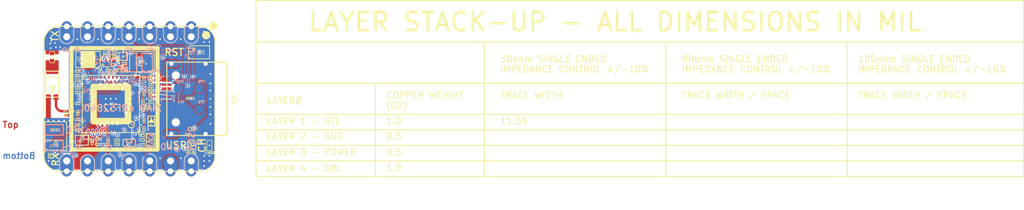
<source format=kicad_pcb>
(kicad_pcb (version 20241229) (generator "pcbnew") (generator_version "9.0")
  (layers (0 "F.Cu" signal) (4 "In1.Cu" signal) (6 "In2.Cu" signal) (2 "B.Cu" signal) (13 "F.Paste" user) (15 "B.Paste" user) (5 "F.SilkS" user "F.Silkscreen") (7 "B.SilkS" user "B.Silkscreen") (1 "F.Mask" user) (3 "B.Mask" user) (25 "Edge.Cuts" user))
  (net 0 "")
  (net 1 "GND")
  (net 2 "Net-(ANT1-Pad3)")
  (net 3 "Net-(ANT1-S)")
  (net 4 "/02 XIAO Header & nRF52840/VBAT")
  (net 5 "/02 XIAO Header & nRF52840/6D_PWR")
  (net 6 "Net-(U1-P0.00{slash}XL1@D2)")
  (net 7 "/02 XIAO Header & nRF52840/3V3")
  (net 8 "/02 XIAO Header & nRF52840/VIN")
  (net 9 "/02 XIAO Header & nRF52840/RESET")
  (net 10 "Net-(U1-P0.01{slash}XL2@F2)")
  (net 11 "/02 XIAO Header & nRF52840/P1.10_MIC_PWR")
  (net 12 "/02 XIAO Header & nRF52840/VBUS")
  (net 13 "Net-(U1-DECUSB@AC5)")
  (net 14 "Net-(U1-DEC1@C1)")
  (net 15 "Net-(U1-DEC5@N24)")
  (net 16 "Net-(U1-XC2@A23)")
  (net 17 "Net-(U1-XC1@B24)")
  (net 18 "/02 XIAO Header & nRF52840/DEC4-6")
  (net 19 "Net-(U1-DEC3@D23)")
  (net 20 "Net-(U1-ANT@H23)")
  (net 21 "Net-(U1-DEC2@A18)")
  (net 22 "Net-(CHG0-Pad+)")
  (net 23 "/02 XIAO Header & nRF52840/P0.17_~{CHG}")
  (net 24 "Net-(U1-DCC@B3)")
  (net 25 "/02 XIAO Header & nRF52840/P1.00_PDM_CLK")
  (net 26 "/02 XIAO Header & nRF52840/P0.16_PDM_DATA")
  (net 27 "/02 XIAO Header & nRF52840/P0.10{slash}NFC2")
  (net 28 "/02 XIAO Header & nRF52840/P0.09{slash}NFC1")
  (net 29 "Net-(USB1-A5{slash}CC1)")
  (net 30 "Net-(USB1-B5{slash}CC2)")
  (net 31 "Net-(R3-Pad1)")
  (net 32 "/02 XIAO Header & nRF52840/P0.06_USER_BLUE")
  (net 33 "/02 XIAO Header & nRF52840/P0.30_USER_GREEN")
  (net 34 "Net-(R4-Pad1)")
  (net 35 "/02 XIAO Header & nRF52840/P0.26_USER_RED")
  (net 36 "Net-(R7-Pad1)")
  (net 37 "/02 XIAO Header & nRF52840/USB_D-")
  (net 38 "Net-(U1-D-@AD4)")
  (net 39 "/02 XIAO Header & nRF52840/USB_D+")
  (net 40 "Net-(U1-D+@AD6)")
  (net 41 "Net-(U2-ISET)")
  (net 42 "/02 XIAO Header & nRF52840/P0.13_HICHG")
  (net 43 "/02 XIAO Header & nRF52840/INTERNAL_I2C_SCL")
  (net 44 "/02 XIAO Header & nRF52840/INTERNAL_I2C_SDA")
  (net 45 "/02 XIAO Header & nRF52840/P0.31_AIN7_BAT")
  (net 46 "/02 XIAO Header & nRF52840/P0.14_~{READ_BAT}")
  (net 47 "/02 XIAO Header & nRF52840/{slash}CE")
  (net 48 "/02 XIAO Header & nRF52840/SWDCLK")
  (net 49 "/02 XIAO Header & nRF52840/SWDIO")
  (net 50 "/02 XIAO Header & nRF52840/P1.12_RX_D7")
  (net 51 "/02 XIAO Header & nRF52840/P0.24_QSPI_SIO_1")
  (net 52 "/02 XIAO Header & nRF52840/P0.25_QSPI_CSN")
  (net 53 "/02 XIAO Header & nRF52840/P0.03_AIN1_LOW_A1_D1")
  (net 54 "/02 XIAO Header & nRF52840/P0.20_QSPI_SIO_0")
  (net 55 "/02 XIAO Header & nRF52840/P1.15_MOSI_D10")
  (net 56 "/02 XIAO Header & nRF52840/6D_INT1")
  (net 57 "/02 XIAO Header & nRF52840/P0.04_AIN2_A4_D4")
  (net 58 "/02 XIAO Header & nRF52840/P0.02_AIN0_LOW_A0_D0")
  (net 65 "/02 XIAO Header & nRF52840/P1.13_SCK_D8")
  (net 66 "/02 XIAO Header & nRF52840/P0.21_QSPI_SCK")
  (net 69 "/02 XIAO Header & nRF52840/P0.28_AIN4_LOW_A2_D2")
  (net 70 "/02 XIAO Header & nRF52840/P0.05_AIN3_A5_D5")
  (net 71 "/02 XIAO Header & nRF52840/P1.14_MISO_D9")
  (net 74 "/02 XIAO Header & nRF52840/P1.11_TX_D6")
  (net 76 "/02 XIAO Header & nRF52840/P0.22_QSPI_SIO_2")
  (net 79 "/02 XIAO Header & nRF52840/P0.29_AIN5_LOW_A3_D3")
  (net 80 "/02 XIAO Header & nRF52840/P0.23_QSPI_SIO_3")
  (footprint "Seeed Studio XIAO nRF52840 v1.1:C0201" (layer "F.Cu") (at 150.3426 107.6706 90)
    (property "Reference" "C24")
    (property "Value" "100nF")
  )
  (footprint "Seeed Studio XIAO nRF52840 v1.1:R0201" (layer "F.Cu") (at 150.2156 106.2863 90)
    (property "Reference" "R3")
    (property "Value" "2.2k")
  )
  (footprint "Seeed Studio XIAO nRF52840 v1.1:4P1010" (layer "F.Cu") (at 156.1846 110.7186)
    (property "Reference" "RGB6")
    (property "Value" "RGB")
  )
  (footprint "Seeed Studio XIAO nRF52840 v1.1:R0201" (layer "F.Cu") (at 142.2146 102.1715)
    (property "Reference" "R13")
    (property "Value" "10k")
  )
  (footprint "Misc:LOGO_CC_BY-SA_4.0" (layer "F.Cu") (at 139.0736 116.7891)
    (property "Reference" "U9" (hide yes))
    (property "Value" "~" (hide yes))
  )
  (footprint "Seeed Studio XIAO nRF52840 v1.1:C0201" (layer "F.Cu") (at 142.2146 105.5751 180)
    (property "Reference" "C31")
    (property "Value" "820pF")
  )
  (footprint "Seeed Studio XIAO nRF52840 v1.1:C0201" (layer "F.Cu") (at 146.7866 99.7966 180)
    (property "Reference" "C30")
    (property "Value" "2.2uF")
  )
  (footprint "Seeed Studio XIAO nRF52840 v1.1:SW4-SMD-2.8-2.6X1.6X0.53MM" (layer "F.Cu") (at 157.0736 99.2886)
    (property "Reference" "K1")
    (property "Value" "BUTTON-4P")
  )
  (footprint "Seeed Studio XIAO nRF52840 v1.1:R0201" (layer "F.Cu") (at 142.2146 104.2035)
    (property "Reference" "R17")
    (property "Value" "510k_1%")
  )
  (footprint "Seeed Studio XIAO nRF52840 v1.1:C0201" (layer "F.Cu") (at 142.2146 108.1786 180)
    (property "Reference" "C35")
    (property "Value" "100pF")
  )
  (footprint "Seeed Studio XIAO nRF52840 v1.1:C0201" (layer "F.Cu") (at 147.9296 100.6856 180)
    (property "Reference" "C3")
    (property "Value" "2.2uF")
  )
  (footprint "Seeed Studio XIAO nRF52840 v1.1:C0201" (layer "F.Cu") (at 140.6906 106.7816 90)
    (property "Reference" "C37")
    (property "Value" "0.5pF")
  )
  (footprint "Seeed Studio XIAO nRF52840 v1.1:C0201" (layer "F.Cu") (at 150.3426 102.4636 90)
    (property "Reference" "C1")
    (property "Value" "100nF")
  )
  (footprint "Seeed Studio XIAO nRF52840 v1.1:R0201" (layer "F.Cu") (at 142.2146 103.6701)
    (property "Reference" "R16")
    (property "Value" "1M_1%")
  )
  (footprint "Seeed Studio XIAO nRF52840 v1.1:C0201" (layer "F.Cu") (at 142.2146 107.5436 180)
    (property "Reference" "C34")
    (property "Value" "100nF")
  )
  (footprint "Seeed Studio XIAO nRF52840 v1.1:C0201" (layer "F.Cu") (at 151.2316 103.2256)
    (property "Reference" "C9")
    (property "Value" "2.2uF")
  )
  (footprint "Seeed Studio XIAO nRF52840 v1.1:PMOS_1.0_0.6_0.35MM" (layer "F.Cu") (at 151.1046 105.8926 -90)
    (property "Reference" "Q1")
    (property "Value" "LP0404N3T5G")
  )
  (footprint "Seeed Studio XIAO nRF52840 v1.1:C0201" (layer "F.Cu") (at 148.1836 101.4476 -90)
    (property "Reference" "C22")
    (property "Value" "2.2uF")
  )
  (footprint "Seeed Studio XIAO nRF52840 v1.1:L0201" (layer "F.Cu") (at 141.4526 106.5276 180)
    (property "Reference" "C38")
    (property "Value" "4.7nH")
  )
  (footprint "Seeed Studio XIAO nRF52840 v1.1:R0201" (layer "F.Cu") (at 145.5166 99.5426 90)
    (property "Reference" "R8")
    (property "Value" "DNP")
  )
  (footprint "Seeed_Studio_XIAO_Series:XIAO-Add-On" (layer "F.Cu") (at 148.5011 105.0036)
    (property "Reference" "U4")
    (property "Value" "XIAO-nRF52840")
  )
  (footprint "Seeed Studio XIAO nRF52840 v1.1:R0201" (layer "F.Cu") (at 151.2316 103.7336 180)
    (property "Reference" "R11")
    (property "Value" "33R")
  )
  (footprint "Seeed Studio XIAO nRF52840 v1.1:R0201" (layer "F.Cu") (at 150.2156 105.3211 -90)
    (property "Reference" "R9")
    (property "Value" "100k")
  )
  (footprint "Seeed Studio XIAO nRF52840 v1.1:R0201" (layer "F.Cu") (at 151.2316 105.2576 180)
    (property "Reference" "R1")
    (property "Value" "5.1k")
  )
  (footprint "Seeed Studio XIAO nRF52840 v1.1:R0201" (layer "F.Cu") (at 146.9136 101.5111)
    (property "Reference" "R12")
    (property "Value" "2.7k")
  )
  (footprint "Seeed Studio XIAO nRF52840 v1.1:C0201" (layer "F.Cu") (at 142.2146 106.7816 90)
    (property "Reference" "C36")
    (property "Value" "0.8pF")
  )
  (footprint "Misc:LOGO_CC_BY-SA_4.0" (layer "F.Cu") (at 164.6636 96.7391)
    (property "Reference" "U5" (hide yes))
    (property "Value" "~" (hide yes))
  )
  (footprint "Seeed Studio XIAO nRF52840 v1.1:C0201" (layer "F.Cu") (at 150.3426 104.3686 90)
    (property "Reference" "C6")
    (property "Value" "2.2uF")
  )
  (footprint "Seeed Studio XIAO nRF52840 v1.1:C0402" (layer "F.Cu") (at 139.0904 99.875341 -90)
    (property "Reference" "C10")
    (property "Value" "1nF")
  )
  (footprint "Seeed Studio XIAO nRF52840 v1.1:C0201" (layer "F.Cu") (at 143.9926 110.3376 -90)
    (property "Reference" "C32")
    (property "Value" "15pF")
  )
  (footprint "Seeed Studio XIAO nRF52840 v1.1:R0201" (layer "F.Cu") (at 151.2316 104.7496)
    (property "Reference" "R2")
    (property "Value" "5.1k")
  )
  (footprint "Seeed Studio XIAO nRF52840 v1.1:USON2X3_8" (layer "F.Cu") (at 143.4846 100.1776 180)
    (property "Reference" "U7")
    (property "Value" "DNP")
  )
  (footprint "Seeed Studio XIAO nRF52840 v1.1:R0201" (layer "F.Cu") (at 144.8562 110.5916)
    (property "Reference" "R5")
    (property "Value" "2.2k")
  )
  (footprint "Seeed Studio XIAO nRF52840 v1.1:C0201" (layer "F.Cu") (at 150.3426 108.6866 -90)
    (property "Reference" "C41")
    (property "Value" "2.2uF")
  )
  (footprint "Seeed Studio XIAO nRF52840 v1.1:R0201" (layer "F.Cu") (at 151.2316 102.2096)
    (property "Reference" "R14")
    (property "Value" "10k")
  )
  (footprint "Seeed Studio XIAO nRF52840 v1.1:C0201" (layer "F.Cu") (at 150.0886 110.0201 180)
    (property "Reference" "C7")
    (property "Value" "10pF")
  )
  (footprint "Seeed Studio XIAO nRF52840 v1.1:MIC6P-3.5X2.65X0.94MM" (layer "F.Cu") (at 139.5476 109.5756 180)
    (property "Reference" "MIC1")
    (property "Value" "MSM261D3526H1CPM")
  )
  (footprint "Misc:LOGO_CC_BY-SA_4.0" (layer "F.Cu") (at 164.6636 102.8391)
    (property "Reference" "U8" (hide yes))
    (property "Value" "~" (hide yes))
  )
  (footprint "Seeed Studio XIAO nRF52840 v1.1:AQFN50P700X700X85_HS-74N" (layer "F.Cu") (at 146.2786 105.6386 180)
    (property "Reference" "U1")
    (property "Value" "NRF52840_QF")
  )
  (footprint "Seeed Studio XIAO nRF52840 v1.1:C0201" (layer "F.Cu") (at 142.2146 108.8136 180)
    (property "Reference" "C33")
    (property "Value" "15pF")
  )
  (footprint "Seeed Studio XIAO nRF52840 v1.1:C0201" (layer "F.Cu") (at 144.8562 109.9566)
    (property "Reference" "C39")
    (property "Value" "2.2uF")
  )
  (footprint "Seeed Studio XIAO nRF52840 v1.1:R0201" (layer "F.Cu") (at 151.2316 102.7176)
    (property "Reference" "R15")
    (property "Value" "10k")
  )
  (footprint "Seeed Studio XIAO nRF52840 v1.1:R0201" (layer "F.Cu") (at 146.0246 99.5426 90)
    (property "Reference" "R20")
    (property "Value" "10k")
  )
  (footprint "Seeed Studio XIAO nRF52840 v1.1:L0603" (layer "F.Cu") (at 148.5392 110.4011 180)
    (property "Reference" "L3")
    (property "Value" "10uH")
  )
  (footprint "Seeed Studio XIAO nRF52840 v1.1:C0201" (layer "F.Cu") (at 146.7866 99.2886 180)
    (property "Reference" "C4")
    (property "Value" "2.2uF")
  )
  (footprint "Seeed Studio XIAO nRF52840 v1.1:X2-SMD-L1.6X1.0X0.5MM" (layer "F.Cu") (at 151.1173 110.0455 90)
    (property "Reference" "X1")
    (property "Value" "32.768KHz")
  )
  (footprint "Ic:DSBGA6-0.4-1.6x0.9x0.5mm" (layer "F.Cu") (at 146.1516 100.5586 -90)
    (property "Reference" "U2")
    (property "Value" "BQ25101YFPT")
  )
  (footprint "Seeed Studio XIAO nRF52840 v1.1:C0201" (layer "F.Cu") (at 138.7856 111.9886 90)
    (property "Reference" "C8")
    (property "Value" "100nF")
  )
  (footprint "Seeed Studio XIAO nRF52840 v1.1:4P1612" (layer "F.Cu") (at 142.7226 110.0836)
    (property "Reference" "X2")
    (property "Value" "32MHz")
  )
  (footprint "Seeed Studio XIAO nRF52840 v1.1:LGA14-0.5-2.5X3X0.86MM" (layer "F.Cu") (at 150.0886 100.4316 180)
    (property "Reference" "U3")
    (property "Value" "LSM6DS3TR-C")
  )
  (footprint "Seeed Studio XIAO nRF52840 v1.1:C0201" (layer "F.Cu") (at 147.6756 101.4476 90)
    (property "Reference" "C25")
    (property "Value" "2.2uF")
  )
  (footprint "Seeed Studio XIAO nRF52840 v1.1:R0201" (layer "F.Cu") (at 150.0886 110.6551 180)
    (property "Reference" "R7")
    (property "Value" "2.2k")
  )
  (footprint "Seeed Studio XIAO nRF52840 v1.1:LED-0402" (layer "F.Cu") (at 158.3436 110.7186 90)
    (property "Reference" "CHG0")
    (property "Value" "RED")
  )
  (footprint "Seeed Studio XIAO nRF52840 v1.1:C0201" (layer "F.Cu") (at 150.0886 109.4867)
    (property "Reference" "C2")
    (property "Value" "10pF")
  )
  (footprint "Seeed Studio XIAO nRF52840 v1.1:USB2.0-TYPE-C" (layer "F.Cu") (at 153.1366 105.0036 180)
    (property "Reference" "USB1")
    (property "Value" "USB2.0-TYPE-C")
  )
  (footprint "Seeed Studio XIAO nRF52840 v1.1:X2SON-4" (layer "F.Cu") (at 147.8026 99.7966 90)
    (property "Reference" "U6")
    (property "Value" "SGM2040-3.3YUDH4G/TR")
  )
  (footprint "Seeed Studio XIAO nRF52840 v1.1:C0201" (layer "F.Cu") (at 145.9611 110.2106 -90)
    (property "Reference" "C40")
    (property "Value" "DNP")
  )
  (footprint "Seeed Studio XIAO nRF52840 v1.1:SOD-523" (layer "F.Cu") (at 151.2316 107.7341 -90)
    (property "Reference" "D1")
    (property "Value" "SDM20U40-7")
  )
  (footprint "Seeed Studio XIAO nRF52840 v1.1:R0201" (layer "F.Cu") (at 147.0406 110.0836)
    (property "Reference" "R4")
    (property "Value" "10k")
  )
  (footprint "Seeed Studio XIAO nRF52840 v1.1:C0201" (layer "F.Cu") (at 142.2146 101.6)
    (property "Reference" "C29")
    (property "Value" "2.2uF")
  )
  (footprint "Seeed Studio XIAO nRF52840 v1.1:C0201" (layer "F.Cu") (at 142.2146 102.6922 180)
    (property "Reference" "C5")
    (property "Value" "100nF")
  )
  (footprint "Seeed Studio XIAO nRF52840 v1.1:R0201" (layer "F.Cu") (at 151.2316 104.2416 180)
    (property "Reference" "R10")
    (property "Value" "33R")
  )
  (footprint "Seeed Studio XIAO nRF52840 v1.1:ANT-SMD3P-3.2X1.6X1.04MM" (layer "F.Cu") (at 139.095479 103.205275 180)
    (property "Reference" "ANT1")
    (property "Value" "ANTENNA-AN3216")
  )
  (footprint "Seeed Studio XIAO nRF52840 v1.1:R0201" (layer "F.Cu") (at 145.9611 101.5111 180)
    (property "Reference" "R18")
    (property "Value" "2.7k")
  )
  (footprint "Seeed Studio XIAO nRF52840 v1.1:C0201" (layer "F.Cu") (at 147.0406 110.5916 180)
    (property "Reference" "C42")
    (property "Value" "2.2uF")
  )
  (footprint "Seeed Studio XIAO nRF52840 v1.1:TP-80X40MIL" (layer "B.Cu") (at 150.7236 100.5586 -90)
    (property "Reference" "GND0" (hide yes))
    (property "Value" "GND" (hide yes))
  )
  (footprint "Seeed Studio XIAO nRF52840 v1.1:TP-80X40MIL" (layer "B.Cu") (at 148.8186 100.5586 90)
    (property "Reference" "BAT0")
    (property "Value" "TEST-POINT'4080'" (hide yes))
  )
  (footprint "Seeed Studio XIAO nRF52840 v1.1:TP-80X40MIL" (layer "B.Cu") (at 139.2936 110.7186 180)
    (property "Reference" "NFC1")
    (property "Value" "TEST-POINT'4080'" (hide yes))
  )
  (footprint "Seeed Studio XIAO nRF52840 v1.1:TP-D45MIL" (layer "B.Cu") (at 157.0736 103.7336 180)
    (property "Reference" "TP5")
    (property "Value" "TEST-POINT'4545'" (hide yes))
  )
  (footprint "Seeed Studio XIAO nRF52840 v1.1:TP-D45MIL" (layer "B.Cu") (at 154.5336 106.2736 180)
    (property "Reference" "TP1")
    (property "Value" "TEST-POINT'4545'" (hide yes))
  )
  (footprint "Seeed Studio XIAO nRF52840 v1.1:TP-D45MIL" (layer "B.Cu") (at 154.5336 103.7336 180)
    (property "Reference" "TP2")
    (property "Value" "TEST-POINT'4545'" (hide yes))
  )
  (footprint "Seeed Studio XIAO nRF52840 v1.1:TP-D45MIL" (layer "B.Cu") (at 157.0736 106.2736 180)
    (property "Reference" "TP3")
    (property "Value" "TEST-POINT'4545'" (hide yes))
  )
  (footprint "Seeed Studio XIAO nRF52840 v1.1:TP-80X40MIL" (layer "B.Cu") (at 139.2936 108.8136 180)
    (property "Reference" "NFC2")
    (property "Value" "TEST-POINT'4080'" (hide yes))
  )
  (gr_line (start 164.0586 114.5286) (end 164.0586 112.6236) (stroke (width 0.127)) (layer "F.SilkS"))
  (gr_line (start 164.0586 110.7186) (end 258.0386 110.7186) (stroke (width 0.127)) (layer "F.SilkS"))
  (gr_line (start 164.0586 112.6236) (end 258.0386 112.6236) (stroke (width 0.127)) (layer "F.SilkS"))
  (gr_line (start 164.0586 106.9086) (end 258.0386 106.9086) (stroke (width 0.127)) (layer "F.SilkS"))
  (gr_line (start 191.9986 114.5286) (end 178.6636 114.5286) (stroke (width 0.127)) (layer "F.SilkS"))
  (gr_line (start 178.6636 114.5286) (end 164.0586 114.5286) (stroke (width 0.127)) (layer "F.SilkS"))
  (gr_line (start 214.2236 114.5286) (end 214.2236 98.0186) (stroke (width 0.127)) (layer "F.SilkS"))
  (gr_line (start 164.0586 92.9386) (end 258.0386 92.9386) (stroke (width 0.127)) (layer "F.SilkS"))
  (gr_line (start 236.4486 114.5286) (end 214.2236 114.5286) (stroke (width 0.127)) (layer "F.SilkS"))
  (gr_line (start 258.0386 112.6236) (end 258.0386 114.5286) (stroke (width 0.127)) (layer "F.SilkS"))
  (gr_line (start 178.6636 103.0986) (end 258.0386 103.0986) (stroke (width 0.127)) (layer "F.SilkS"))
  (gr_line (start 258.0386 92.9386) (end 258.0386 98.0186) (stroke (width 0.127)) (layer "F.SilkS"))
  (gr_line (start 164.0586 110.7186) (end 164.0586 108.8136) (stroke (width 0.127)) (layer "F.SilkS"))
  (gr_line (start 258.0386 108.8136) (end 258.0386 110.7186) (stroke (width 0.127)) (layer "F.SilkS"))
  (gr_line (start 164.0586 112.6236) (end 164.0586 110.7186) (stroke (width 0.127)) (layer "F.SilkS"))
  (gr_line (start 258.0386 114.5286) (end 236.4486 114.5286) (stroke (width 0.127)) (layer "F.SilkS"))
  (gr_line (start 164.0586 108.8136) (end 258.0386 108.8136) (stroke (width 0.127)) (layer "F.SilkS"))
  (gr_line (start 214.2236 98.0186) (end 236.4486 98.0186) (stroke (width 0.127)) (layer "F.SilkS"))
  (gr_line (start 141.4526 111.2266) (end 141.4526 98.7806) (stroke (width 0.508)) (layer "F.SilkS"))
  (gr_line (start 164.0586 98.0186) (end 164.0586 92.9386) (stroke (width 0.127)) (layer "F.SilkS"))
  (gr_line (start 164.0586 98.0186) (end 191.9986 98.0186) (stroke (width 0.127)) (layer "F.SilkS"))
  (gr_line (start 141.4526 98.7806) (end 151.9936 98.7806) (stroke (width 0.508)) (layer "F.SilkS"))
  (gr_line (start 164.0586 108.8136) (end 164.0586 106.9086) (stroke (width 0.127)) (layer "F.SilkS"))
  (gr_line (start 164.0586 106.9086) (end 164.0586 103.0986) (stroke (width 0.127)) (layer "F.SilkS"))
  (gr_line (start 258.0386 106.9086) (end 258.0386 108.8136) (stroke (width 0.127)) (layer "F.SilkS"))
  (gr_line (start 236.4486 98.0186) (end 236.4486 114.5286) (stroke (width 0.127)) (layer "F.SilkS"))
  (gr_line (start 178.6636 103.0986) (end 178.6636 114.5286) (stroke (width 0.127)) (layer "F.SilkS"))
  (gr_line (start 258.0386 110.7186) (end 258.0386 112.6236) (stroke (width 0.127)) (layer "F.SilkS"))
  (gr_line (start 151.9936 111.2266) (end 141.4526 111.2266) (stroke (width 0.508)) (layer "F.SilkS"))
  (gr_line (start 236.4486 98.0186) (end 258.0386 98.0186) (stroke (width 0.127)) (layer "F.SilkS"))
  (gr_line (start 258.0386 103.0986) (end 258.0386 106.9086) (stroke (width 0.127)) (layer "F.SilkS"))
  (gr_line (start 151.9936 98.7806) (end 151.9936 111.2266) (stroke (width 0.508)) (layer "F.SilkS"))
  (gr_line (start 164.0586 103.0986) (end 178.6636 103.0986) (stroke (width 0.127)) (layer "F.SilkS"))
  (gr_line (start 191.9986 98.0186) (end 214.2236 98.0186) (stroke (width 0.127)) (layer "F.SilkS"))
  (gr_line (start 214.2236 114.5286) (end 191.9986 114.5286) (stroke (width 0.127)) (layer "F.SilkS"))
  (gr_line (start 191.9986 98.0186) (end 191.9986 114.5286) (stroke (width 0.127)) (layer "F.SilkS"))
  (gr_line (start 258.0386 98.0186) (end 258.0386 103.0986) (stroke (width 0.127)) (layer "F.SilkS"))
  (gr_line (start 164.0586 103.0986) (end 164.0586 98.0186) (stroke (width 0.127)) (layer "F.SilkS"))
  (gr_arc (start 143.1036 98.7806) (mid 143.177995 98.600995) (end 143.3576 98.5266) (stroke (width 0.00254)) (layer "Edge.Cuts"))
  (gr_line (start 143.3576 110.9726) (end 144.1196 110.9726) (stroke (width 0.00254)) (layer "Edge.Cuts"))
  (gr_line (start 143.3576 98.5266) (end 144.1196 98.5266) (stroke (width 0.00254)) (layer "Edge.Cuts"))
  (gr_line (start 144.1196 99.0346) (end 143.3576 99.0346) (stroke (width 0.00254)) (layer "Edge.Cuts"))
  (gr_line (start 144.1196 111.4806) (end 143.3576 111.4806) (stroke (width 0.00254)) (layer "Edge.Cuts"))
  (gr_arc (start 138.0236 98.0186) (mid 138.581562 96.671562) (end 139.9286 96.1136) (stroke (width 0.00254)) (layer "Edge.Cuts"))
  (gr_arc (start 143.1036 111.2266) (mid 143.177995 111.046995) (end 143.3576 110.9726) (stroke (width 0.00254)) (layer "Edge.Cuts"))
  (gr_line (start 158.9786 111.9886) (end 158.9786 98.0186) (stroke (width 0.00254)) (layer "Edge.Cuts"))
  (gr_arc (start 144.1196 110.9726) (mid 144.299205 111.046995) (end 144.3736 111.2266) (stroke (width 0.00254)) (layer "Edge.Cuts"))
  (gr_arc (start 143.3576 99.0346) (mid 143.177995 98.960205) (end 143.1036 98.7806) (stroke (width 0.00254)) (layer "Edge.Cuts"))
  (gr_arc (start 158.9786 111.9886) (mid 158.420638 113.335638) (end 157.0736 113.8936) (stroke (width 0.00254)) (layer "Edge.Cuts"))
  (gr_line (start 138.0236 98.0186) (end 138.0236 111.9886) (stroke (width 0.00254)) (layer "Edge.Cuts"))
  (gr_arc (start 157.0736 96.1136) (mid 158.420638 96.671562) (end 158.9786 98.0186) (stroke (width 0.00254)) (layer "Edge.Cuts"))
  (gr_line (start 139.9286 113.8936) (end 157.0736 113.8936) (stroke (width 0.00254)) (layer "Edge.Cuts"))
  (gr_arc (start 144.1196 98.5266) (mid 144.299205 98.600995) (end 144.3736 98.7806) (stroke (width 0.00254)) (layer "Edge.Cuts"))
  (gr_arc (start 143.3576 111.4806) (mid 143.177995 111.406205) (end 143.1036 111.2266) (stroke (width 0.00254)) (layer "Edge.Cuts"))
  (gr_arc (start 144.3736 111.2266) (mid 144.299205 111.406205) (end 144.1196 111.4806) (stroke (width 0.00254)) (layer "Edge.Cuts"))
  (gr_arc (start 139.9286 113.8936) (mid 138.581562 113.335638) (end 138.0236 111.9886) (stroke (width 0.00254)) (layer "Edge.Cuts"))
  (gr_arc (start 144.3736 98.7806) (mid 144.299205 98.960205) (end 144.1196 99.0346) (stroke (width 0.00254)) (layer "Edge.Cuts"))
  (gr_line (start 139.9286 96.1136) (end 157.0736 96.1136) (stroke (width 0.00254)) (layer "Edge.Cuts"))
  (gr_text "Top" (at 132.9436 108.1786 0) (layer "F.Cu") (effects (font (size 0.75565 0.75565) (thickness 0.13335)) (justify left)))
  (gr_text "Bottom" (at 132.9436 111.9886 0) (layer "B.Cu") (effects (font (size 0.75565 0.75565) (thickness 0.13335)) (justify right mirror)))
  (gr_text "100ohm SINGLE ENDED \nIMPEDANCE CONTROL +/-10%" (at 237.7186 101.8286 0) (layer "F.SilkS") (effects (font (size 0.78232 0.78232) (thickness 0.10668)) (justify left bottom)))
  (gr_text "90ohm SINGLE ENDED \nIMPEDANCE CONTROL +/-10%" (at 216.1286 101.8286 0) (layer "F.SilkS") (effects (font (size 0.78232 0.78232) (thickness 0.10668)) (justify left bottom)))
  (gr_text "LAYER 2 - GND" (at 165.3286 110.0836 0) (layer "F.SilkS") (effects (font (size 0.78232 0.78232) (thickness 0.10668)) (justify left bottom)))
  (gr_text "0.5" (at 179.9336 110.0836 0) (layer "F.SilkS") (effects (font (size 0.78232 0.78232) (thickness 0.10668)) (justify left bottom)))
  (gr_text "USR" (at 154.2796 110.7186 0) (layer "F.SilkS") (effects (font (size 0.8636 0.8636) (thickness 0.1524))))
  (gr_text "LAYER 1 - GTL" (at 165.3286 108.1786 0) (layer "F.SilkS") (effects (font (size 0.78232 0.78232) (thickness 0.10668)) (justify left bottom)))
  (gr_text "LAYER STACK-UP - ALL DIMENSIONS IN MIL" (at 170.2816 96.8756 0) (layer "F.SilkS") (effects (font (size 2.2352 2.2352) (thickness 0.3048)) (justify left bottom)))
  (gr_text "LAYER#" (at 165.3286 105.6386 0) (layer "F.SilkS") (effects (font (size 0.78232 0.78232) (thickness 0.10668)) (justify left bottom)))
  (gr_text "1.0" (at 179.9336 108.1786 0) (layer "F.SilkS") (effects (font (size 0.78232 0.78232) (thickness 0.10668)) (justify left bottom)))
  (gr_text "LAYER 4 - GBL" (at 165.3286 114.0206 0) (layer "F.SilkS") (effects (font (size 0.78232 0.78232) (thickness 0.10668)) (justify left bottom)))
  (gr_text "11.55" (at 193.9036 108.1786 0) (layer "F.SilkS") (effects (font (size 0.78232 0.78232) (thickness 0.10668)) (justify left bottom)))
  (gr_text "RX" (at 139.9794 113.3602 90) (layer "F.SilkS") (effects (font (size 0.82042 0.82042) (thickness 0.14478)) (justify left bottom)))
  (gr_text "TX" (at 139.446 97.3328 90) (layer "F.SilkS") (effects (font (size 0.82042 0.82042) (thickness 0.14478))))
  (gr_text "TRACE WIDTH / SPACE" (at 237.7186 105.0036 0) (layer "F.SilkS") (effects (font (size 0.78232 0.78232) (thickness 0.10668)) (justify left bottom)))
  (gr_text "TRACE WIDTH / SPACE" (at 216.1286 105.0036 0) (layer "F.SilkS") (effects (font (size 0.78232 0.78232) (thickness 0.10668)) (justify left bottom)))
  (gr_text "0.5" (at 179.9336 111.9886 0) (layer "F.SilkS") (effects (font (size 0.78232 0.78232) (thickness 0.10668)) (justify left bottom)))
  (gr_text "RST" (at 154.0256 99.2886 0) (layer "F.SilkS") (effects (font (size 0.8636 0.8636) (thickness 0.1524))))
  (gr_text "LAYER 3 - POWER" (at 165.3286 111.9886 0) (layer "F.SilkS") (effects (font (size 0.78232 0.78232) (thickness 0.10668)) (justify left bottom)))
  (gr_text "50ohm SINGLE ENDED \nIMPEDANCE CONTROL +/-10%" (at 193.9036 101.8286 0) (layer "F.SilkS") (effects (font (size 0.78232 0.78232) (thickness 0.10668)) (justify left bottom)))
  (gr_text "1.0" (at 179.9336 113.8936 0) (layer "F.SilkS") (effects (font (size 0.78232 0.78232) (thickness 0.10668)) (justify left bottom)))
  (gr_text "TRACE WIDTH" (at 193.9036 105.0036 0) (layer "F.SilkS") (effects (font (size 0.78232 0.78232) (thickness 0.10668)) (justify left bottom)))
  (gr_text "COPPER WEIGHT\n(OZ)" (at 179.9336 106.2736 0) (layer "F.SilkS") (effects (font (size 0.78232 0.78232) (thickness 0.10668)) (justify left bottom)))
  (gr_text "CH" (at 157.4546 110.7186 90) (layer "F.SilkS") (effects (font (size 0.8636 0.8636) (thickness 0.1524))))
  (gr_text "1" (at 153.5811 98.5266 -90) (layer "B.SilkS") (effects (font (size 0.75565 0.75565) (thickness 0.13335)) (justify right mirror)))
  (gr_text "9" (at 145.9611 111.3536 -90) (layer "B.SilkS") (effects (font (size 0.75565 0.75565) (thickness 0.13335)) (justify left mirror)))
  (gr_text "7" (at 140.8938 111.3536 -90) (layer "B.SilkS") (effects (font (size 0.75565 0.75565) (thickness 0.13335)) (justify left mirror)))
  (gr_text "3" (at 148.5011 98.5266 -90) (layer "B.SilkS") (effects (font (size 0.75565 0.75565) (thickness 0.13335)) (justify right mirror)))
  (gr_text "8" (at 142.2908 111.3536 -90) (layer "B.SilkS") (effects (font (size 0.75565 0.75565) (thickness 0.13335)) (justify left mirror)))
  (gr_text "4" (at 145.9611 98.5266 -90) (layer "B.SilkS") (effects (font (size 0.75565 0.75565) (thickness 0.13335)) (justify right mirror)))
  (gr_text "3V3" (at 151.0411 111.3536 -90) (layer "B.SilkS") (effects (font (size 0.75565 0.75565) (thickness 0.13335)) (justify left mirror)))
  (gr_text "NFC" (at 140.6652 108.8644 0) (layer "B.SilkS") (effects (font (size 0.75565 0.75565) (thickness 0.13335)) (justify right mirror)))
  (gr_text "+" (at 147.6248 101.2952 -90) (layer "B.SilkS") (effects (font (size 1.0795 1.0795) (thickness 0.1905)) (justify mirror)))
  (gr_text "5" (at 142.24 98.5266 -90) (layer "B.SilkS") (effects (font (size 0.75565 0.75565) (thickness 0.13335)) (justify right mirror)))
  (gr_text "2" (at 151.0411 98.5266 -90) (layer "B.SilkS") (effects (font (size 0.75565 0.75565) (thickness 0.13335)) (justify right mirror)))
  (gr_text "-" (at 151.8158 101.4222 0) (layer "B.SilkS") (effects (font (size 1.0795 1.0795) (thickness 0.1905)) (justify mirror)))
  (gr_text "6" (at 140.7541 98.5266 -90) (layer "B.SilkS") (effects (font (size 0.75565 0.75565) (thickness 0.13335)) (justify right mirror)))
  (gr_text "XIAO nRF52840" (at 152.6032 106.1466 0) (layer "B.SilkS") (effects (font (size 0.82042 0.82042) (thickness 0.14478)) (justify left mirror)))
  (gr_text "VUSB" (at 156.1211 111.3536 -90) (layer "B.SilkS") (effects (font (size 0.75565 0.75565) (thickness 0.13335)) (justify left mirror)))
  (gr_text "0" (at 156.1211 98.5266 -90) (layer "B.SilkS") (effects (font (size 0.75565 0.75565) (thickness 0.13335)) (justify right mirror)))
  (gr_text "10" (at 148.5011 111.3536 -90) (layer "B.SilkS") (effects (font (size 0.75565 0.75565) (thickness 0.13335)) (justify left mirror)))
  (gr_text "GND" (at 154.7241 110.9091 0) (layer "B.SilkS") (effects (font (size 0.75565 0.75565) (thickness 0.13335)) (justify left mirror)))
  (segment (start 149.5886 99.4816) (end 149.5886 97.8836) (width 0.1016) (layer "F.Cu") (net 1))
  (segment (start 151.2846 100.1776) (end 151.2886 100.1816) (width 0.1016) (layer "F.Cu") (net 1))
  (segment (start 149.4409 109.4867) (end 149.352 109.3978) (width 0.254) (layer "F.Cu") (net 1))
  (segment (start 151.9936 100.3046) (end 151.9936 100.6776) (width 0.1016) (layer "F.Cu") (net 1))
  (segment (start 150.0886 99.4816) (end 150.0886 98.0186) (width 0.1016) (layer "F.Cu") (net 1))
  (segment (start 149.8346 109.4867) (end 149.4409 109.4867) (width 0.254) (layer "F.Cu") (net 1))
  (segment (start 141.4526 107.1626) (end 141.3256 107.0356) (width 0.254) (layer "F.Cu") (net 1))
  (segment (start 149.8346 109.4867) (end 149.8473 109.4867) (width 0.1016) (layer "F.Cu") (net 1))
  (segment (start 150.3426 110.0201) (end 150.3426 109.982) (width 0.1016) (layer "F.Cu") (net 1))
  (segment (start 151.8786 101.1816) (end 151.9936 101.0666) (width 0.1016) (layer "F.Cu") (net 1))
  (segment (start 138.625479 104.805275) (end 138.625479 108.399478) (width 0.6096) (layer "F.Cu") (net 1))
  (segment (start 151.9936 100.6856) (end 151.9896 100.6816) (width 0.1016) (layer "F.Cu") (net 1))
  (segment (start 140.6906 107.0356) (end 141.3256 107.0356) (width 0.254) (layer "F.Cu") (net 1))
  (segment (start 150.626 100.6816) (end 150.6133 100.6943) (width 0.1016) (layer "F.Cu") (net 1))
  (segment (start 151.1006 101.1816) (end 150.6133 100.6943) (width 0.1016) (layer "F.Cu") (net 1))
  (segment (start 147.7786 108.3886) (end 147.7786 107.1386) (width 0.254) (layer "F.Cu") (net 1))
  (segment (start 147.6756 101.7016) (end 148.1836 101.1936) (width 0.1016) (layer "F.Cu") (net 1))
  (segment (start 151.2886 101.1816) (end 151.8786 101.1816) (width 0.1016) (layer "F.Cu") (net 1))
  (segment (start 150.9014 100.1776) (end 151.2846 100.1776) (width 0.1016) (layer "F.Cu") (net 1))
  (segment (start 152.0116 100.7036) (end 153.6866 100.7036) (width 0.1016) (layer "F.Cu") (net 1))
  (segment (start 151.2886 100.6816) (end 150.626 100.6816) (width 0.1016) (layer "F.Cu") (net 1))
  (segment (start 147.7786 107.1386) (end 146.2786 105.6386) (width 0.254) (layer "F.Cu") (net 1))
  (segment (start 151.2886 100.1816) (end 151.8706 100.1816) (width 0.1016) (layer "F.Cu") (net 1))
  (segment (start 138.625479 108.399478) (end 138.6586 108.4326) (width 0.6096) (layer "F.Cu") (net 1))
  (segment (start 151.9936 100.6776) (end 151.9896 100.6816) (width 0.1016) (layer "F.Cu") (net 1))
  (segment (start 150.0886 98.0186) (end 149.7711 97.7011) (width 0.1016) (layer "F.Cu") (net 1))
  (segment (start 149.5886 97.8836) (end 149.7711 97.7011) (width 0.1016) (layer "F.Cu") (net 1))
  (segment (start 151.9936 100.6856) (end 152.0116 100.7036) (width 0.1016) (layer "F.Cu") (net 1))
  (segment (start 143.4256 107.0356) (end 142.2146 107.0356) (width 0.2032) (layer "F.Cu") (net 1))
  (segment (start 151.2886 100.6816) (end 151.9896 100.6816) (width 0.1016) (layer "F.Cu") (net 1))
  (segment (start 151.9936 101.0666) (end 151.9936 100.6856) (width 0.1016) (layer "F.Cu") (net 1))
  (segment (start 150.6133 100.6943) (end 150.5966 100.711) (width 0.1016) (layer "F.Cu") (net 1))
  (segment (start 150.5966 100.4824) (end 150.9014 100.1776) (width 0.1016) (layer "F.Cu") (net 1))
  (segment (start 151.8706 100.1816) (end 151.9936 100.3046) (width 0.1016) (layer "F.Cu") (net 1))
  (segment (start 143.5286 107.1386) (end 143.4256 107.0356) (width 0.2032) (layer "F.Cu") (net 1))
  (segment (start 150.3426 109.982) (end 149.8473 109.4867) (width 0.1016) (layer "F.Cu") (net 1))
  (segment (start 150.5966 100.711) (end 150.5966 100.4824) (width 0.1016) (layer "F.Cu") (net 1))
  (segment (start 143.5286 107.1386) (end 144.7786 107.1386) (width 0.254) (layer "F.Cu") (net 1))
  (segment (start 151.2886 101.1816) (end 151.1006 101.1816) (width 0.1016) (layer "F.Cu") (net 1))
  (via (at 145.6436 106.2736) (size 0.45) (drill 0.2) (layers "F.Cu" "B.Cu") (net 1))
  (via (at 139.2809 107.6706) (size 0.45) (drill 0.2) (layers "F.Cu" "B.Cu") (net 1))
  (via (at 141.4526 110.9726) (size 0.45) (drill 0.2) (layers "F.Cu" "B.Cu") (net 1))
  (via (at 146.9136 105.0036) (size 0.45) (drill 0.2) (layers "F.Cu" "B.Cu") (net 1))
  (via (at 138.9126 98.7806) (size 0.45) (drill 0.2) (layers "F.Cu" "B.Cu") (net 1))
  (via (at 139.5476 98.6536) (size 0.45) (drill 0.2) (layers "F.Cu" "B.Cu") (net 1))
  (via (at 144.6911 97.7011) (size 0.45) (drill 0.2) (layers "F.Cu" "B.Cu") (net 1))
  (via (at 141.4526 100.9396) (size 0.45) (drill 0.2) (layers "F.Cu" "B.Cu") (net 1))
  (via (at 141.4526 103.6066) (size 0.45) (drill 0.2) (layers "F.Cu" "B.Cu") (net 1))
  (via (at 157.7086 96.7486) (size 0.45) (drill 0.2) (layers "F.Cu" "B.Cu") (net 1))
  (via (at 157.7086 113.2586) (size 0.45) (drill 0.2) (layers "F.Cu" "B.Cu") (net 1))
  (via (at 147.0406 111.2266) (size 0.45) (drill 0.2) (layers "F.Cu" "B.Cu") (net 1))
  (via (at 147.2311 97.7011) (size 0.45) (drill 0.2) (layers "F.Cu" "B.Cu") (net 1))
  (via (at 150.5331 102.9716) (size 0.45) (drill 0.2) (layers "F.Cu" "B.Cu") (net 1))
  (via (at 140.0556 98.6536) (size 0.45) (drill 0.2) (layers "F.Cu" "B.Cu") (net 1))
  (via (at 142.1511 97.7011) (size 0.45) (drill 0.2) (layers "F.Cu" "B.Cu") (net 1))
  (via (at 145.6436 105.0036) (size 0.45) (drill 0.2) (layers "F.Cu" "B.Cu") (net 1))
  (via (at 158.4706 103.9876) (size 0.45) (drill 0.2) (layers "F.Cu" "B.Cu") (net 1))
  (via (at 157.7086 98.0186) (size 0.45) (drill 0.2) (layers "F.Cu" "B.Cu") (net 1))
  (via (at 152.3111 97.7011) (size 0.45) (drill 0.2) (layers "F.Cu" "B.Cu") (net 1))
  (via (at 138.8491 98.2091) (size 0.45) (drill 0.2) (layers "F.Cu" "B.Cu") (net 1))
  (via (at 145.8976 98.7806) (size 0.45) (drill 0.2) (layers "F.Cu" "B.Cu") (net 1))
  (via (at 157.7086 112.6236) (size 0.45) (drill 0.2) (layers "F.Cu" "B.Cu") (net 1))
  (via (at 143.9926 107.0356) (size 0.45) (drill 0.2) (layers "F.Cu" "B.Cu") (net 1))
  (via (at 141.4526 102.8446) (size 0.45) (drill 0.2) (layers "F.Cu" "B.Cu") (net 1))
  (via (at 141.1986 107.6706) (size 0.45) (drill 0.2) (layers "F.Cu" "B.Cu") (net 1))
  (via (at 141.4526 99.6696) (size 0.45) (drill 0.2) (layers "F.Cu" "B.Cu") (net 1))
  (via (at 141.4526 105.1306) (size 0.45) (drill 0.2) (layers "F.Cu" "B.Cu") (net 1))
  (via (at 141.4526 105.8926) (size 0.45) (drill 0.2) (layers "F.Cu" "B.Cu") (net 1))
  (via (at 154.8511 97.7011) (size 0.45) (drill 0.2) (layers "F.Cu" "B.Cu") (net 1))
  (via (at 158.4706 105.0036) (size 0.45) (drill 0.2) (layers "F.Cu" "B.Cu") (net 1))
  (via (at 150.6601 105.0036) (size 0.45) (drill 0.2) (layers "F.Cu" "B.Cu") (net 1))
  (via (at 157.7086 111.9886) (size 0.45) (drill 0.2) (layers "F.Cu" "B.Cu") (net 1))
  (via (at 145.6436 105.6386) (size 0.45) (drill 0.2) (layers "F.Cu" "B.Cu") (net 1))
  (via (at 138.6205 107.6706) (size 0.45) (drill 0.2) (layers "F.Cu" "B.Cu") (net 1))
  (via (at 146.5326 98.7806) (size 0.45) (drill 0.2) (layers "F.Cu" "B.Cu") (net 1))
  (via (at 158.4706 108.0516) (size 0.45) (drill 0.2) (layers "F.Cu" "B.Cu") (net 1))
  (via (at 138.9126 97.5106) (size 0.45) (drill 0.2) (layers "F.Cu" "B.Cu") (net 1))
  (via (at 150.5966 100.711) (size 0.45) (drill 0.2) (layers "F.Cu" "B.Cu") (net 1))
  (via (at 158.4706 106.0196) (size 0.45) (drill 0.2) (layers "F.Cu" "B.Cu") (net 1))
  (via (at 151.9936 110.0836) (size 0.45) (drill 0.2) (layers "F.Cu" "B.Cu") (net 1))
  (via (at 141.4526 107.1626) (size 0.45) (drill 0.2) (layers "F.Cu" "B.Cu") (net 1))
  (via (at 141.4526 102.2096) (size 0.45) (drill 0.2) (layers "F.Cu" "B.Cu") (net 1))
  (via (at 158.4706 101.9556) (size 0.45) (drill 0.2) (layers "F.Cu" "B.Cu") (net 1))
  (via (at 141.4526 99.0346) (size 0.45) (drill 0.2) (layers "F.Cu" "B.Cu") (net 1))
  (via (at 158.3436 112.6236) (size 0.45) (drill 0.2) (layers "F.Cu" "B.Cu") (net 1))
  (via (at 146.2786 105.6386) (size 0.45) (drill 0.2) (layers "F.Cu" "B.Cu") (net 1))
  (via (at 158.4706 103.0986) (size 0.45) (drill 0.2) (layers "F.Cu" "B.Cu") (net 1))
  (via (at 154.8511 112.3061) (size 0.45) (drill 0.2) (layers "F.Cu" "B.Cu") (net 1))
  (via (at 146.2786 106.2736) (size 0.45) (drill 0.2) (layers "F.Cu" "B.Cu") (net 1))
  (via (at 141.4526 100.3046) (size 0.45) (drill 0.2) (layers "F.Cu" "B.Cu") (net 1))
  (via (at 149.9997 108.1913) (size 0.45) (drill 0.2) (layers "F.Cu" "B.Cu") (net 1))
  (via (at 149.352 109.3978) (size 0.45) (drill 0.2) (layers "F.Cu" "B.Cu") (net 1))
  (via (at 139.4206 98.1456) (size 0.45) (drill 0.2) (layers "F.Cu" "B.Cu") (net 1))
  (via (at 145.8468 101.1301) (size 0.45) (drill 0.2) (layers "F.Cu" "B.Cu") (net 1))
  (via (at 141.4526 104.3686) (size 0.45) (drill 0.2) (layers "F.Cu" "B.Cu") (net 1))
  (via (at 143.8656 99.4791) (size 0.45) (drill 0.2) (layers "F.Cu" "B.Cu") (net 1))
  (via (at 140.5509 107.6706) (size 0.45) (drill 0.2) (layers "F.Cu" "B.Cu") (net 1))
  (via (at 146.9136 106.2736) (size 0.45) (drill 0.2) (layers "F.Cu" "B.Cu") (net 1))
  (via (at 139.9159 107.6706) (size 0.45) (drill 0.2) (layers "F.Cu" "B.Cu") (net 1))
  (via (at 152.3111 112.3061) (size 0.45) (drill 0.2) (layers "F.Cu" "B.Cu") (net 1))
  (via (at 141.4526 101.5746) (size 0.45) (drill 0.2) (layers "F.Cu" "B.Cu") (net 1))
  (via (at 157.7086 97.3836) (size 0.45) (drill 0.2) (layers "F.Cu" "B.Cu") (net 1))
  (via (at 138.6586 112.6236) (size 0.45) (drill 0.2) (layers "F.Cu" "B.Cu") (net 1))
  (via (at 158.4706 106.9086) (size 0.45) (drill 0.2) (layers "F.Cu" "B.Cu") (net 1))
  (via (at 158.3436 98.0186) (size 0.45) (drill 0.2) (layers "F.Cu" "B.Cu") (net 1))
  (via (at 145.1991 111.2266) (size 0.45) (drill 0.2) (layers "F.Cu" "B.Cu") (net 1))
  (via (at 141.4526 109.5756) (size 0.45) (drill 0.2) (layers "F.Cu" "B.Cu") (net 1))
  (via (at 139.2936 112.6236) (size 0.45) (drill 0.2) (layers "F.Cu" "B.Cu") (net 1))
  (via (at 142.5956 98.7806) (size 0.45) (drill 0.2) (layers "F.Cu" "B.Cu") (net 1))
  (via (at 158.3436 97.3836) (size 0.45) (drill 0.2) (layers "F.Cu" "B.Cu") (net 1))
  (via (at 146.2786 105.0036) (size 0.45) (drill 0.2) (layers "F.Cu" "B.Cu") (net 1))
  (via (at 146.9136 105.6386) (size 0.45) (drill 0.2) (layers "F.Cu" "B.Cu") (net 1))
  (via (at 149.7711 97.7011) (size 0.45) (drill 0.2) (layers "F.Cu" "B.Cu") (net 1))
  (via (at 158.3436 111.9886) (size 0.45) (drill 0.2) (layers "F.Cu" "B.Cu") (net 1))
  (via (at 147.8026 99.7966) (size 0.45) (drill 0.2) (layers "F.Cu" "B.Cu") (net 1))
  (arc (start 144.7786 107.1386) (mid 145.390247 106.885247) (end 145.6436 106.2736) (width 0.254) (layer "F.Cu") (net 1))
  (segment (start 151.9936 100.5586) (end 150.7236 100.5586) (width 0.6096) (layer "B.Cu") (net 1))
  (segment (start 153.6866 100.7036) (end 152.1386 100.7036) (width 0.1016) (layer "B.Cu") (net 1))
  (segment (start 152.1386 100.7036) (end 151.9936 100.5586) (width 0.1016) (layer "B.Cu") (net 1))
  (segment (start 139.565479 105.7656) (end 139.565479 104.805275) (width 0.293368) (layer "F.Cu") (net 3))
  (segment (start 141.1986 106.5276) (end 140.6906 106.5276) (width 0.293368) (layer "F.Cu") (net 3))
  (segment (start 140.6906 106.5276) (end 140.327479 106.5276) (width 0.293368) (layer "F.Cu") (net 3))
  (arc (start 140.327479 106.5276) (mid 139.788664 106.304415) (end 139.565479 105.7656) (width 0.293368) (layer "F.Cu") (net 3))
  (segment (start 147.0406 100.0506) (end 146.9771 100.1141) (width 0.2032) (layer "F.Cu") (net 4))
  (segment (start 146.5516 100.3586) (end 146.7326 100.3586) (width 0.2032) (layer "F.Cu") (net 4))
  (segment (start 141.9606 103.6701) (end 141.9606 103.27005) (width 0.2032) (layer "F.Cu") (net 4))
  (segment (start 151.9936 106.2482) (end 151.638 105.8926) (width 0.4064) (layer "F.Cu") (net 4))
  (segment (start 151.4296 105.8926) (end 151.638 105.8926) (width 0.254) (layer "F.Cu") (net 4))
  (segment (start 146.7326 100.3586) (end 146.9771 100.1141) (width 0.2032) (layer "F.Cu") (net 4))
  (segment (start 141.9606 103.27005) (end 141.9642 103.26645) (width 0.2032) (layer "F.Cu") (net 4))
  (segment (start 147.0406 99.7966) (end 147.0406 100.0506) (width 0.2032) (layer "F.Cu") (net 4))
  (via (at 155.2956 102.2096) (size 0.45) (drill 0.2) (layers "F.Cu" "B.Cu") (net 4))
  (via (at 146.9771 100.1141) (size 0.45) (drill 0.2) (layers "F.Cu" "B.Cu") (net 4))
  (via (at 151.9936 106.2482) (size 0.45) (drill 0.2) (layers "F.Cu" "B.Cu") (net 4))
  (via (at 141.9642 103.26645) (size 0.45) (drill 0.2) (layers "F.Cu" "B.Cu") (net 4))
  (segment (start 145.1955 99.7367) (end 146.5997 99.7367) (width 0.1016) (layer "B.Cu") (net 4))
  (segment (start 142.7226 101.1936) (end 143.7386 101.1936) (width 0.1016) (layer "B.Cu") (net 4))
  (segment (start 148.8186 99.9236) (end 148.8186 100.5586) (width 0.3048) (layer "B.Cu") (net 4))
  (segment (start 147.417288 100.1141) (end 146.9771 100.1141) (width 0.3048) (layer "B.Cu") (net 4))
  (segment (start 143.7386 101.1936) (end 145.1955 99.7367) (width 0.1016) (layer "B.Cu") (net 4))
  (segment (start 142.0876 101.8286) (end 142.7226 101.1936) (width 0.1016) (layer "B.Cu") (net 4))
  (segment (start 155.2956 99.753025) (end 155.2956 102.2096) (width 0.3048) (layer "B.Cu") (net 4))
  (segment (start 146.5997 99.7367) (end 146.9771 100.1141) (width 0.1016) (layer "B.Cu") (net 4))
  (segment (start 142.0876 103.14305) (end 142.0876 101.8286) (width 0.1016) (layer "B.Cu") (net 4))
  (segment (start 147.861788 100.5586) (end 147.417288 100.1141) (width 0.3048) (layer "B.Cu") (net 4))
  (segment (start 147.861788 100.5586) (end 148.8186 100.5586) (width 0.3048) (layer "B.Cu") (net 4))
  (segment (start 141.9642 103.26645) (end 142.0876 103.14305) (width 0.1016) (layer "B.Cu") (net 4))
  (segment (start 154.805775 99.2632) (end 149.479 99.2632) (width 0.3048) (layer "B.Cu") (net 4))
  (segment (start 155.2956 99.753025) (end 154.805775 99.2632) (width 0.3048) (layer "B.Cu") (net 4))
  (segment (start 149.479 99.2632) (end 148.8186 99.9236) (width 0.3048) (layer "B.Cu") (net 4))
  (segment (start 148.6916 105.0036) (end 148.5646 105.0036) (width 0.1524) (layer "F.Cu") (net 5))
  (segment (start 150.3426 100.1141) (end 149.7711 100.1141) (width 0.1016) (layer "F.Cu") (net 5))
  (segment (start 150.5886 99.4816) (end 150.5886 99.8681) (width 0.1016) (layer "F.Cu") (net 5))
  (segment (start 149.0846 99.6816) (end 149.5171 100.1141) (width 0.1016) (layer "F.Cu") (net 5))
  (segment (start 148.8266 105.1386) (end 148.6916 105.0036) (width 0.1524) (layer "F.Cu") (net 5))
  (segment (start 149.4536 100.8761) (end 149.4536 100.4316) (width 0.1016) (layer "F.Cu") (net 5))
  (segment (start 149.4536 100.4316) (end 149.7711 100.1141) (width 0.1016) (layer "F.Cu") (net 5))
  (segment (start 149.9616 102.2096) (end 150.3426 102.2096) (width 0.1016) (layer "F.Cu") (net 5))
  (segment (start 148.8886 99.6816) (end 149.0846 99.6816) (width 0.1016) (layer "F.Cu") (net 5))
  (segment (start 149.5886 101.3816) (end 149.5886 101.8366) (width 0.1016) (layer "F.Cu") (net 5))
  (segment (start 150.5886 99.8681) (end 150.3426 100.1141) (width 0.1016) (layer "F.Cu") (net 5))
  (segment (start 149.5171 100.1141) (end 149.7711 100.1141) (width 0.1016) (layer "F.Cu") (net 5))
  (segment (start 149.5886 101.3816) (end 149.5886 101.0111) (width 0.1016) (layer "F.Cu") (net 5))
  (segment (start 150.9776 102.2096) (end 150.9776 102.7176) (width 0.1524) (layer "F.Cu") (net 5))
  (segment (start 149.5886 101.0111) (end 149.4536 100.8761) (width 0.1016) (layer "F.Cu") (net 5))
  (segment (start 150.3426 102.2096) (end 150.9776 102.2096) (width 0.1524) (layer "F.Cu") (net 5))
  (segment (start 149.0286 105.1386) (end 148.8266 105.1386) (width 0.1524) (layer "F.Cu") (net 5))
  (segment (start 149.5886 101.8366) (end 149.9616 102.2096) (width 0.1016) (layer "F.Cu") (net 5))
  (via (at 149.7711 100.1141) (size 0.45) (drill 0.2) (layers "F.Cu" "B.Cu") (net 5))
  (via (at 148.5646 105.0036) (size 0.45) (drill 0.2) (layers "F.Cu" "B.Cu") (net 5))
  (segment (start 149.24525 108.09725) (end 149.24525 108.73225) (width 0.0889) (layer "F.Cu") (net 6))
  (segment (start 150.3426 109.4867) (end 150.3514 109.4955) (width 0.1016) (layer "F.Cu") (net 6))
  (segment (start 149.68495 109.17195) (end 150.02785 109.17195) (width 0.0889) (layer "F.Cu") (net 6))
  (segment (start 150.3426 109.4867) (end 150.02785 109.17195) (width 0.0889) (layer "F.Cu") (net 6))
  (segment (start 151.1173 109.4955) (end 150.3514 109.4955) (width 0.1016) (layer "F.Cu") (net 6))
  (segment (start 149.0286 107.8806) (end 149.24525 108.09725) (width 0.0889) (layer "F.Cu") (net 6))
  (segment (start 149.24525 108.73225) (end 149.68495 109.17195) (width 0.0889) (layer "F.Cu") (net 6))
  (segment (start 149.0286 107.6386) (end 149.0286 107.8806) (width 0.0889) (layer "F.Cu") (net 6))
  (segment (start 141.9606 102.1715) (end 141.9606 102.1334) (width 0.1016) (layer "F.Cu") (net 7))
  (segment (start 146.0286 102.3886) (end 146.0286 102.0278) (width 0.1524) (layer "F.Cu") (net 7))
  (segment (start 149.5286 103.8886) (end 149.6848 103.8886) (width 0.2032) (layer "F.Cu") (net 7))
  (segment (start 144.6022 109.9312) (end 143.9926 109.3216) (width 0.1524) (layer "F.Cu") (net 7))
  (segment (start 144.6022 109.9566) (end 144.6022 110.5916) (width 0.1524) (layer "F.Cu") (net 7))
  (segment (start 156.5596 110.3436) (end 156.5656 110.3376) (width 0.1016) (layer "F.Cu") (net 7))
  (segment (start 149.987 108.9406) (end 149.8092 108.7628) (width 0.1524) (layer "F.Cu") (net 7))
  (segment (start 142.875 101.6) (end 142.9131 101.6381) (width 0.1524) (layer "F.Cu") (net 7))
  (segment (start 144.0286 109.2856) (end 143.9926 109.3216) (width 0.1524) (layer "F.Cu") (net 7))
  (segment (start 156.5656 110.3376) (end 156.9974 110.3376) (width 0.1524) (layer "F.Cu") (net 7))
  (segment (start 144.0286 108.8886) (end 144.0286 109.2856) (width 0.1524) (layer "F.Cu") (net 7))
  (segment (start 143.5286 102.3886) (end 143.5286 101.9996) (width 0.1524) (layer "F.Cu") (net 7))
  (segment (start 150.3426 108.9406) (end 149.987 108.9406) (width 0.1524) (layer "F.Cu") (net 7))
  (segment (start 146.0286 102.0278) (end 146.0373 102.0191) (width 0.1524) (layer "F.Cu") (net 7))
  (segment (start 142.4686 101.6) (end 142.4686 101.0666) (width 0.1524) (layer "F.Cu") (net 7))
  (segment (start 142.4686 101.6254) (end 142.4686 101.6) (width 0.1016) (layer "F.Cu") (net 7))
  (segment (start 144.6022 109.9566) (end 144.6022 109.9312) (width 0.1524) (layer "F.Cu") (net 7))
  (segment (start 142.3296 100.9276) (end 142.1346 100.9276) (width 0.1524) (layer "F.Cu") (net 7))
  (segment (start 142.9131 101.6381) (end 143.1671 101.6381) (width 0.1524) (layer "F.Cu") (net 7))
  (segment (start 150.3426 104.1146) (end 149.9108 104.1146) (width 0.2032) (layer "F.Cu") (net 7))
  (segment (start 149.5286 108.3886) (end 149.8092 108.6692) (width 0.1524) (layer "F.Cu") (net 7))
  (segment (start 149.8092 108.6692) (end 149.8092 108.7628) (width 0.1524) (layer "F.Cu") (net 7))
  (segment (start 142.4686 101.0666) (end 142.3296 100.9276) (width 0.1524) (layer "F.Cu") (net 7))
  (segment (start 149.0286 103.6386) (end 149.2786 103.8886) (width 0.1524) (layer "F.Cu") (net 7))
  (segment (start 142.875 101.6) (end 142.4686 101.6) (width 0.1524) (layer "F.Cu") (net 7))
  (segment (start 142.4686 101.6254) (end 141.9606 102.1334) (width 0.1016) (layer "F.Cu") (net 7))
  (segment (start 149.6848 103.8886) (end 149.9108 104.1146) (width 0.2032) (layer "F.Cu") (net 7))
  (segment (start 143.5286 101.9996) (end 143.1671 101.6381) (width 0.1524) (layer "F.Cu") (net 7))
  (segment (start 149.2786 103.8886) (end 149.5286 103.8886) (width 0.1524) (layer "F.Cu") (net 7))
  (via (at 143.9926 109.3216) (size 0.45) (drill 0.2) (layers "F.Cu" "B.Cu") (net 7))
  (via (at 156.9974 110.3376) (size 0.45) (drill 0.2) (layers "F.Cu" "B.Cu") (net 7))
  (via (at 147.2946 100.6856) (size 0.45) (drill 0.2) (layers "F.Cu" "B.Cu") (net 7))
  (via (at 142.9131 101.6381) (size 0.45) (drill 0.2) (layers "F.Cu" "B.Cu") (net 7))
  (via (at 149.8092 108.7628) (size 0.45) (drill 0.2) (layers "F.Cu" "B.Cu") (net 7))
  (via (at 146.0373 102.0191) (size 0.45) (drill 0.2) (layers "F.Cu" "B.Cu") (net 7))
  (via (at 149.9108 104.1146) (size 0.45) (drill 0.2) (layers "F.Cu" "B.Cu") (net 7))
  (segment (start 149.9108 105.4608) (end 149.9108 104.1146) (width 0.4064) (layer "B.Cu") (net 7))
  (segment (start 150.2664 108.7628) (end 150.5966 108.4326) (width 0.4064) (layer "B.Cu") (net 7))
  (segment (start 142.9131 101.6381) (end 143.9291 101.6381) (width 0.3048) (layer "B.Cu") (net 7))
  (segment (start 150.5966 108.4326) (end 150.5966 106.1466) (width 0.4064) (layer "B.Cu") (net 7))
  (segment (start 143.9291 101.6381) (end 144.9451 100.6221) (width 0.3048) (layer "B.Cu") (net 7))
  (segment (start 147.2946 100.6856) (end 147.1585 100.5495) (width 0.2032) (layer "B.Cu") (net 7))
  (segment (start 146.4056 100.6221) (end 144.9451 100.6221) (width 0.3048) (layer "B.Cu") (net 7))
  (segment (start 150.2918 108.7628) (end 150.5966 109.0676) (width 0.4064) (layer "B.Cu") (net 7))
  (segment (start 149.8092 108.7628) (end 150.2664 108.7628) (width 0.4064) (layer "B.Cu") (net 7))
  (segment (start 150.2664 108.7628) (end 150.2918 108.7628) (width 0.4064) (layer "B.Cu") (net 7))
  (segment (start 146.4782 100.5495) (end 146.4056 100.6221) (width 0.2032) (layer "B.Cu") (net 7))
  (segment (start 150.5966 108.4326) (end 150.5966 109.0676) (width 0.4064) (layer "B.Cu") (net 7))
  (segment (start 150.5966 112.1791) (end 151.0411 112.6236) (width 0.4064) (layer "B.Cu") (net 7))
  (segment (start 150.5966 109.0676) (end 150.5966 112.1791) (width 0.4064) (layer "B.Cu") (net 7))
  (segment (start 150.5966 106.1466) (end 149.9108 105.4608) (width 0.4064) (layer "B.Cu") (net 7))
  (segment (start 147.1585 100.5495) (end 146.4782 100.5495) (width 0.2032) (layer "B.Cu") (net 7))
  (via (at 151.2316 107.4166) (size 0.45) (drill 0.2) (layers "F.Cu" "B.Cu") (net 8))
  (via (at 156.3116 102.2096) (size 0.45) (drill 0.2) (layers "F.Cu" "B.Cu") (net 8))
  (via (at 147.8026 99.1616) (size 0.45) (drill 0.2) (layers "F.Cu" "B.Cu") (net 8))
  (segment (start 156.3116 100.0506) (end 155.067 98.806) (width 0.4064) (layer "B.Cu") (net 8))
  (segment (start 148.1582 98.806) (end 147.8026 99.1616) (width 0.4064) (layer "B.Cu") (net 8))
  (segment (start 155.067 98.806) (end 148.1582 98.806) (width 0.4064) (layer "B.Cu") (net 8))
  (segment (start 156.3116 102.2096) (end 156.3116 100.0506) (width 0.4064) (layer "B.Cu") (net 8))
  (segment (start 156.4386 99.0346) (end 156.3176 98.9136) (width 0.1524) (layer "F.Cu") (net 9))
  (segment (start 146.2786 102.8886) (end 146.4056 103.0156) (width 0.1524) (layer "F.Cu") (net 9))
  (segment (start 142.4686 102.1715) (end 142.8115 102.1715) (width 0.1016) (layer "F.Cu") (net 9))
  (segment (start 156.4386 99.5426) (end 156.3176 99.6636) (width 0.1524) (layer "F.Cu") (net 9))
  (segment (start 156.4386 99.5426) (end 156.4386 99.0346) (width 0.1524) (layer "F.Cu") (net 9))
  (segment (start 155.7736 99.6636) (end 155.7736 103.2556) (width 0.1524) (layer "F.Cu") (net 9))
  (segment (start 155.7736 98.9136) (end 156.3176 98.9136) (width 0.1524) (layer "F.Cu") (net 9))
  (segment (start 142.4686 102.1715) (end 142.4686 102.6922) (width 0.1016) (layer "F.Cu") (net 9))
  (segment (start 156.3176 99.6636) (end 155.7736 99.6636) (width 0.1524) (layer "F.Cu") (net 9))
  (segment (start 146.4056 103.0156) (end 146.4056 103.2891) (width 0.1524) (layer "F.Cu") (net 9))
  (segment (start 155.7736 103.2556) (end 155.6766 103.3526) (width 0.1524) (layer "F.Cu") (net 9))
  (segment (start 142.8115 102.1715) (end 142.9766 102.3366) (width 0.1016) (layer "F.Cu") (net 9))
  (via (at 142.9766 102.3366) (size 0.45) (drill 0.2) (layers "F.Cu" "B.Cu") (net 9))
  (via (at 155.6766 103.3526) (size 0.45) (drill 0.2) (layers "F.Cu" "B.Cu") (net 9))
  (via (at 146.4056 103.2891) (size 0.45) (drill 0.2) (layers "F.Cu" "B.Cu") (net 9))
  (segment (start 148.812481 102.489) (end 149.139081 102.8156) (width 0.1016) (layer "B.Cu") (net 9))
  (segment (start 147.5105 102.489) (end 146.7104 103.2891) (width 0.1016) (layer "B.Cu") (net 9))
  (segment (start 150.9776 103.9876) (end 154.2796 103.9876) (width 0.1016) (layer "B.Cu") (net 9))
  (segment (start 149.8056 102.8156) (end 150.9776 103.9876) (width 0.1016) (layer "B.Cu") (net 9))
  (segment (start 147.5105 102.489) (end 148.812481 102.489) (width 0.1016) (layer "B.Cu") (net 9))
  (segment (start 146.4056 103.2891) (end 146.7104 103.2891) (width 0.1016) (layer "B.Cu") (net 9))
  (segment (start 155.6766 103.3526) (end 154.9146 103.3526) (width 0.1524) (layer "B.Cu") (net 9))
  (segment (start 154.9146 103.3526) (end 154.5336 103.7336) (width 0.1524) (layer "B.Cu") (net 9))
  (segment (start 145.5547 102.4382) (end 146.4056 103.2891) (width 0.1016) (layer "B.Cu") (net 9))
  (segment (start 142.9766 102.3366) (end 143.0782 102.4382) (width 0.1016) (layer "B.Cu") (net 9))
  (segment (start 149.139081 102.8156) (end 149.8056 102.8156) (width 0.1016) (layer "B.Cu") (net 9))
  (segment (start 154.5336 103.7336) (end 154.2796 103.9876) (width 0.1016) (layer "B.Cu") (net 9))
  (segment (start 145.5547 102.4382) (end 143.0782 102.4382) (width 0.1016) (layer "B.Cu") (net 9))
  (segment (start 148.9456 109.533568) (end 148.9456 109.4486) (width 0.1016) (layer "F.Cu") (net 10))
  (segment (start 150.6474 110.3376) (end 150.9053 110.5955) (width 0.1016) (layer "F.Cu") (net 10))
  (segment (start 148.6916 107.4756) (end 148.6916 107.79505) (width 0.0889) (layer "F.Cu") (net 10))
  (segment (start 151.1173 110.5955) (end 150.9053 110.5955) (width 0.1016) (layer "F.Cu") (net 10))
  (segment (start 148.6916 107.79505) (end 149.06745 108.1709) (width 0.0889) (layer "F.Cu") (net 10))
  (segment (start 150.1521 110.3376) (end 150.6474 110.3376) (width 0.1016) (layer "F.Cu") (net 10))
  (segment (start 148.9456 109.4486) (end 148.9456 108.93545) (width 0.0889) (layer "F.Cu") (net 10))
  (segment (start 149.06745 108.8136) (end 148.9456 108.93545) (width 0.0889) (layer "F.Cu") (net 10))
  (segment (start 149.6314 109.8169) (end 149.8346 110.0201) (width 0.1016) (layer "F.Cu") (net 10))
  (segment (start 149.228931 109.8169) (end 149.6314 109.8169) (width 0.1016) (layer "F.Cu") (net 10))
  (segment (start 149.8346 110.0201) (end 150.1521 110.3376) (width 0.1016) (layer "F.Cu") (net 10))
  (segment (start 148.9456 109.533568) (end 149.228931 109.8169) (width 0.1016) (layer "F.Cu") (net 10))
  (segment (start 149.06745 108.1709) (end 149.06745 108.8136) (width 0.0889) (layer "F.Cu") (net 10))
  (segment (start 149.0286 107.1386) (end 148.6916 107.4756) (width 0.0889) (layer "F.Cu") (net 10))
  (segment (start 144.5286 109.2226) (end 144.6276 109.3216) (width 0.1016) (layer "F.Cu") (net 11))
  (segment (start 139.8016 111.9886) (end 139.0396 111.9886) (width 0.1016) (layer "F.Cu") (net 11))
  (segment (start 138.6586 110.7186) (end 138.6586 111.6076) (width 0.1016) (layer "F.Cu") (net 11))
  (segment (start 141.4526 111.6076) (end 140.1826 111.6076) (width 0.1016) (layer "F.Cu") (net 11))
  (segment (start 144.5286 108.8886) (end 144.5286 109.2226) (width 0.1016) (layer "F.Cu") (net 11))
  (segment (start 140.1826 111.6076) (end 139.8016 111.9886) (width 0.1016) (layer "F.Cu") (net 11))
  (segment (start 141.7701 111.9251) (end 141.4526 111.6076) (width 0.1016) (layer "F.Cu") (net 11))
  (segment (start 139.0396 111.9886) (end 138.7856 111.7346) (width 0.1016) (layer "F.Cu") (net 11))
  (segment (start 138.6586 111.6076) (end 138.7856 111.7346) (width 0.1016) (layer "F.Cu") (net 11))
  (segment (start 141.9606 111.9251) (end 141.7701 111.9251) (width 0.1016) (layer "F.Cu") (net 11))
  (via (at 141.9606 111.9251) (size 0.45) (drill 0.2) (layers "F.Cu" "B.Cu") (net 11))
  (via (at 144.6276 109.3216) (size 0.45) (drill 0.2) (layers "F.Cu" "B.Cu") (net 11))
  (segment (start 143.231869 110.717331) (end 142.997119 110.717331) (width 0.1016) (layer "B.Cu") (net 11))
  (segment (start 142.99585 110.7186) (end 142.916338 110.7186) (width 0.1016) (layer "B.Cu") (net 11))
  (segment (start 142.997119 110.717331) (end 142.99585 110.7186) (width 0.1016) (layer "B.Cu") (net 11))
  (segment (start 144.6276 109.3216) (end 143.231869 110.717331) (width 0.1016) (layer "B.Cu") (net 11))
  (segment (start 142.916338 110.7186) (end 141.9606 111.674337) (width 0.1016) (layer "B.Cu") (net 11))
  (segment (start 141.9606 111.674337) (end 141.9606 111.9251) (width 0.1016) (layer "B.Cu") (net 11))
  (segment (start 153.943993 107.1872) (end 153.727593 107.4036) (width 0.4064) (layer "F.Cu") (net 12))
  (segment (start 146.9136 101.1301) (end 146.7866 101.0031) (width 0.2032) (layer "F.Cu") (net 12))
  (segment (start 146.7866 101.0031) (end 146.5516 100.7681) (width 0.2032) (layer "F.Cu") (net 12))
  (segment (start 151.1046 105.8926) (end 151.1046 106.1466) (width 0.1016) (layer "F.Cu") (net 12))
  (segment (start 150.7796 105.7176) (end 150.9296 105.7176) (width 0.1016) (layer "F.Cu") (net 12))
  (segment (start 153.727593 107.4036) (end 153.0866 107.4036) (width 0.4064) (layer "F.Cu") (net 12))
  (segment (start 153.915968 102.772) (end 153.861568 102.7176) (width 0.381) (layer "F.Cu") (net 12))
  (segment (start 153.0866 107.4036) (end 152.1336 107.4036) (width 0.5588) (layer "F.Cu") (net 12))
  (segment (start 154.0248 107.1872) (end 154.636 107.1872) (width 0.4064) (layer "F.Cu") (net 12))
  (segment (start 150.7796 105.7176) (end 150.7391 105.7176) (width 0.1016) (layer "F.Cu") (net 12))
  (segment (start 150.7391 105.7176) (end 150.5966 105.5751) (width 0.1016) (layer "F.Cu") (net 12))
  (segment (start 152.4886 102.6036) (end 153.0096 102.6036) (width 0.1524) (layer "F.Cu") (net 12))
  (segment (start 154.3304 103.186432) (end 154.3304 106.8816) (width 0.4064) (layer "F.Cu") (net 12))
  (segment (start 151.4943 106.295) (end 151.9936 106.7943) (width 0.1016) (layer "F.Cu") (net 12))
  (segment (start 151.8666 103.2256) (end 152.4886 102.6036) (width 0.1524) (layer "F.Cu") (net 12))
  (segment (start 149.0286 102.1901) (end 149.1996 102.0191) (width 0.2032) (layer "F.Cu") (net 12))
  (segment (start 153.0096 102.6036) (end 153.0866 102.6036) (width 0.1524) (layer "F.Cu") (net 12))
  (segment (start 151.4856 103.2256) (end 151.8666 103.2256) (width 0.1524) (layer "F.Cu") (net 12))
  (segment (start 146.5516 100.7586) (end 146.5516 100.7681) (width 0.2032) (layer "F.Cu") (net 12))
  (segment (start 152.1336 107.4036) (end 151.2316 108.3056) (width 0.5588) (layer "F.Cu") (net 12))
  (segment (start 155.6766 108.2278) (end 155.6766 109.3216) (width 0.4064) (layer "F.Cu") (net 12))
  (segment (start 154.3304 106.8816) (end 154.636 107.1872) (width 0.4064) (layer "F.Cu") (net 12))
  (segment (start 150.9296 105.7176) (end 151.1046 105.8926) (width 0.1016) (layer "F.Cu") (net 12))
  (segment (start 151.9936 106.7943) (end 151.9936 107.2636) (width 0.1016) (layer "F.Cu") (net 12))
  (segment (start 151.253 106.295) (end 151.4943 106.295) (width 0.1016) (layer "F.Cu") (net 12))
  (segment (start 147.6121 101.1301) (end 146.9136 101.1301) (width 0.2032) (layer "F.Cu") (net 12))
  (segment (start 151.9936 107.2636) (end 152.1336 107.4036) (width 0.1016) (layer "F.Cu") (net 12))
  (segment (start 154.636 107.1872) (end 155.6766 108.2278) (width 0.4064) (layer "F.Cu") (net 12))
  (segment (start 153.1236 102.7176) (end 153.0096 102.6036) (width 0.381) (layer "F.Cu") (net 12))
  (segment (start 151.1046 106.1466) (end 151.253 106.295) (width 0.1016) (layer "F.Cu") (net 12))
  (segment (start 151.2316 108.3056) (end 151.2316 108.5341) (width 0.5588) (layer "F.Cu") (net 12))
  (segment (start 149.0286 102.3886) (end 149.0286 102.1901) (width 0.2032) (layer "F.Cu") (net 12))
  (segment (start 153.915968 102.772) (end 154.3304 103.186432) (width 0.381) (layer "F.Cu") (net 12))
  (segment (start 154.3304 106.8816) (end 154.0248 107.1872) (width 0.4064) (layer "F.Cu") (net 12))
  (segment (start 150.5966 105.5751) (end 150.2156 105.5751) (width 0.1016) (layer "F.Cu") (net 12))
  (segment (start 147.6756 101.1936) (end 147.6121 101.1301) (width 0.2032) (layer "F.Cu") (net 12))
  (segment (start 153.861568 102.7176) (end 153.1236 102.7176) (width 0.381) (layer "F.Cu") (net 12))
  (segment (start 154.0248 107.1872) (end 153.943993 107.1872) (width 0.4064) (layer "F.Cu") (net 12))
  (via (at 155.6766 109.3216) (size 0.45) (drill 0.2) (layers "F.Cu" "B.Cu") (net 12))
  (via (at 149.1996 102.0191) (size 0.45) (drill 0.2) (layers "F.Cu" "B.Cu") (net 12))
  (via (at 146.7866 101.0031) (size 0.45) (drill 0.2) (layers "F.Cu" "B.Cu") (net 12))
  (via (at 153.915968 102.772) (size 0.45) (drill 0.2) (layers "F.Cu" "B.Cu") (net 12))
  (segment (start 146.7866 101.0031) (end 147.6883 101.9048) (width 0.3048) (layer "B.Cu") (net 12))
  (segment (start 153.915968 102.772) (end 153.534968 102.772) (width 0.3048) (layer "B.Cu") (net 12))
  (segment (start 147.6883 101.9048) (end 149.0726 101.9048) (width 0.3048) (layer "B.Cu") (net 12))
  (segment (start 152.379268 101.6163) (end 151.583643 101.6163) (width 0.3048) (layer "B.Cu") (net 12))
  (segment (start 153.534968 102.772) (end 152.379268 101.6163) (width 0.3048) (layer "B.Cu") (net 12))
  (segment (start 156.1211 109.7661) (end 156.1211 112.6109) (width 0.508) (layer "B.Cu") (net 12))
  (segment (start 149.0853 101.9048) (end 149.0726 101.9048) (width 0.3048) (layer "B.Cu") (net 12))
  (segment (start 151.583643 101.6163) (end 151.180843 102.0191) (width 0.3048) (layer "B.Cu") (net 12))
  (segment (start 151.180843 102.0191) (end 149.1996 102.0191) (width 0.3048) (layer "B.Cu") (net 12))
  (segment (start 149.1996 102.0191) (end 149.0853 101.9048) (width 0.3048) (layer "B.Cu") (net 12))
  (segment (start 156.1211 109.7661) (end 155.6766 109.3216) (width 0.508) (layer "B.Cu") (net 12))
  (segment (start 156.1211 112.6109) (end 156.1211 112.6236) (width 0.508) (layer "B.Cu") (net 12))
  (segment (start 148.2786 102.8886) (end 147.9736 102.8886) (width 0.0889) (layer "F.Cu") (net 13))
  (segment (start 147.777669 102.107532) (end 148.1836 101.7016) (width 0.0889) (layer "F.Cu") (net 13))
  (segment (start 147.9736 102.8886) (end 147.777669 102.692669) (width 0.0889) (layer "F.Cu") (net 13))
  (segment (start 147.777669 102.692669) (end 147.777669 102.107532) (width 0.0889) (layer "F.Cu") (net 13))
  (segment (start 150.1276 107.4166) (end 150.3426 107.4166) (width 0.1524) (layer "F.Cu") (net 14))
  (segment (start 149.5286 107.8886) (end 149.6556 107.8886) (width 0.1524) (layer "F.Cu") (net 14))
  (segment (start 150.1276 107.4166) (end 149.6556 107.8886) (width 0.1524) (layer "F.Cu") (net 14))
  (segment (start 142.7226 105.5751) (end 142.4686 105.5751) (width 0.1524) (layer "F.Cu") (net 15))
  (segment (start 142.9091 105.3886) (end 142.7226 105.5751) (width 0.1524) (layer "F.Cu") (net 15))
  (segment (start 143.0286 105.3886) (end 142.9091 105.3886) (width 0.1524) (layer "F.Cu") (net 15))
  (segment (start 143.5286 108.8886) (end 143.2726 109.1446) (width 0.1016) (layer "F.Cu") (net 16))
  (segment (start 143.6726 110.0836) (end 143.2726 109.6836) (width 0.1016) (layer "F.Cu") (net 16))
  (segment (start 143.9926 110.0836) (end 143.6726 110.0836) (width 0.1016) (layer "F.Cu") (net 16))
  (segment (start 143.2726 109.1446) (end 143.2726 109.6836) (width 0.1016) (layer "F.Cu") (net 16))
  (segment (start 143.0286 108.3886) (end 142.8936 108.3886) (width 0.1016) (layer "F.Cu") (net 17))
  (segment (start 142.7226 109.9566) (end 142.7226 109.0676) (width 0.1016) (layer "F.Cu") (net 17))
  (segment (start 142.1956 110.4836) (end 142.7226 109.9566) (width 0.1016) (layer "F.Cu") (net 17))
  (segment (start 142.1726 110.4836) (end 142.1956 110.4836) (width 0.1016) (layer "F.Cu") (net 17))
  (segment (start 142.8936 108.3886) (end 142.4686 108.8136) (width 0.1016) (layer "F.Cu") (net 17))
  (segment (start 142.7226 109.0676) (end 142.4686 108.8136) (width 0.1016) (layer "F.Cu") (net 17))
  (segment (start 148.3106 110.5916) (end 148.0566 110.5916) (width 0.1524) (layer "F.Cu") (net 18))
  (segment (start 142.7226 107.5436) (end 142.7861 107.6071) (width 0.1524) (layer "F.Cu") (net 18))
  (segment (start 147.7137 110.5916) (end 147.9042 110.4011) (width 0.1524) (layer "F.Cu") (net 18))
  (segment (start 148.2786 108.3886) (end 148.3976 108.5076) (width 0.1524) (layer "F.Cu") (net 18))
  (segment (start 147.9042 110.363) (end 147.9042 110.4011) (width 0.1524) (layer "F.Cu") (net 18))
  (segment (start 147.2946 110.5916) (end 147.7137 110.5916) (width 0.1524) (layer "F.Cu") (net 18))
  (segment (start 143.0046 107.3886) (end 143.0286 107.3886) (width 0.1524) (layer "F.Cu") (net 18))
  (segment (start 142.4686 107.5436) (end 142.7226 107.5436) (width 0.1524) (layer "F.Cu") (net 18))
  (segment (start 148.3976 109.8696) (end 147.9042 110.363) (width 0.1524) (layer "F.Cu") (net 18))
  (segment (start 148.0566 110.5916) (end 147.9042 110.4392) (width 0.1524) (layer "F.Cu") (net 18))
  (segment (start 142.7861 107.6071) (end 143.0046 107.3886) (width 0.1524) (layer "F.Cu") (net 18))
  (segment (start 148.3976 108.5076) (end 148.3976 109.8696) (width 0.1524) (layer "F.Cu") (net 18))
  (segment (start 147.9042 110.4392) (end 147.9042 110.4011) (width 0.1524) (layer "F.Cu") (net 18))
  (via (at 148.3106 110.5916) (size 0.45) (drill 0.2) (layers "F.Cu" "B.Cu") (net 18))
  (via (at 142.7861 107.6071) (size 0.45) (drill 0.2) (layers "F.Cu" "B.Cu") (net 18))
  (segment (start 143.5286 107.6386) (end 143.1156 108.0516) (width 0.1524) (layer "F.Cu") (net 19))
  (segment (start 143.1156 108.0516) (end 142.621 108.0516) (width 0.1524) (layer "F.Cu") (net 19))
  (segment (start 142.4813 108.1913) (end 142.4686 108.1786) (width 0.127) (layer "F.Cu") (net 19))
  (segment (start 142.621 108.0516) (end 142.4813 108.1913) (width 0.1524) (layer "F.Cu") (net 19))
  (segment (start 142.363391 106.5276) (end 142.2146 106.5276) (width 0.1524) (layer "F.Cu") (net 20))
  (segment (start 143.280391 106.7308) (end 142.77701 106.7308) (width 0.1524) (layer "F.Cu") (net 20))
  (segment (start 143.5286 106.6386) (end 143.5032 106.6386) (width 0.1524) (layer "F.Cu") (net 20))
  (segment (start 142.597407 106.656406) (end 142.542994 106.601993) (width 0.1524) (layer "F.Cu") (net 20))
  (segment (start 141.7066 106.5276) (end 142.2146 106.5276) (width 0.293368) (layer "F.Cu") (net 20))
  (arc (start 142.77701 106.7308) (mid 142.67981 106.711465) (end 142.597407 106.656406) (width 0.1524) (layer "F.Cu") (net 20))
  (arc (start 142.542994 106.601993) (mid 142.460591 106.546934) (end 142.363391 106.5276) (width 0.1524) (layer "F.Cu") (net 20))
  (arc (start 143.459994 106.681806) (mid 143.375065 106.724165) (end 143.280391 106.7308) (width 0.1524) (layer "F.Cu") (net 20))
  (arc (start 143.5032 106.6386) (mid 143.472649 106.651255) (end 143.459994 106.681806) (width 0.1524) (layer "F.Cu") (net 20))
  (segment (start 145.7071 109.7026) (end 145.9611 109.9566) (width 0.1016) (layer "F.Cu") (net 21))
  (segment (start 145.7071 109.7026) (end 145.397569 109.7026) (width 0.1016) (layer "F.Cu") (net 21))
  (segment (start 145.0286 108.8886) (end 145.0286 109.333631) (width 0.1016) (layer "F.Cu") (net 21))
  (segment (start 145.0286 109.333631) (end 145.397569 109.7026) (width 0.1016) (layer "F.Cu") (net 21))
  (segment (start 154.6606 111.4806) (end 154.4066 111.2266) (width 0.1016) (layer "F.Cu") (net 22))
  (segment (start 157.3256 111.1016) (end 156.9466 111.4806) (width 0.1016) (layer "F.Cu") (net 22))
  (segment (start 145.1102 110.5916) (end 145.2372 110.7186) (width 0.1016) (layer "F.Cu") (net 22))
  (segment (start 156.9466 111.4806) (end 154.6606 111.4806) (width 0.1016) (layer "F.Cu") (net 22))
  (segment (start 158.3436 111.1016) (end 157.3256 111.1016) (width 0.1016) (layer "F.Cu") (net 22))
  (segment (start 145.5039 110.7186) (end 145.2372 110.7186) (width 0.1016) (layer "F.Cu") (net 22))
  (via (at 145.5039 110.7186) (size 0.45) (drill 0.2) (layers "F.Cu" "B.Cu") (net 22))
  (via (at 154.4066 111.2266) (size 0.45) (drill 0.2) (layers "F.Cu" "B.Cu") (net 22))
  (segment (start 156.5656 109.7026) (end 156.5656 108.5596) (width 0.1016) (layer "F.Cu") (net 23))
  (segment (start 156.8196 109.9566) (end 156.5656 109.7026) (width 0.1016) (layer "F.Cu") (net 23))
  (segment (start 145.5166 99.7966) (end 145.5166 100.1141) (width 0.1524) (layer "F.Cu") (net 23))
  (segment (start 146.5286 102.0866) (end 146.5286 102.3886) (width 0.1524) (layer "F.Cu") (net 23))
  (segment (start 157.3276 109.9566) (end 156.8196 109.9566) (width 0.1016) (layer "F.Cu") (net 23))
  (segment (start 145.7516 100.3586) (end 145.5166 100.1236) (width 0.1524) (layer "F.Cu") (net 23))
  (segment (start 145.5166 100.1236) (end 145.5166 100.1141) (width 0.1524) (layer "F.Cu") (net 23))
  (segment (start 158.3436 110.3356) (end 157.7066 110.3356) (width 0.1016) (layer "F.Cu") (net 23))
  (segment (start 157.7066 110.3356) (end 157.3276 109.9566) (width 0.1016) (layer "F.Cu") (net 23))
  (segment (start 146.5286 102.0866) (end 146.5961 102.0191) (width 0.1524) (layer "F.Cu") (net 23))
  (via (at 145.5166 100.1141) (size 0.45) (drill 0.2) (layers "F.Cu" "B.Cu") (net 23))
  (via (at 146.5961 102.0191) (size 0.45) (drill 0.2) (layers "F.Cu" "B.Cu") (net 23))
  (via (at 156.5656 108.5596) (size 0.45) (drill 0.2) (layers "F.Cu" "B.Cu") (net 23))
  (segment (start 157.3276 102.7176) (end 157.9626 103.3526) (width 0.1016) (layer "B.Cu") (net 23))
  (segment (start 151.4094 103.1494) (end 154.09405 103.1494) (width 0.1016) (layer "B.Cu") (net 23))
  (segment (start 156.5656 108.5596) (end 157.9626 107.1626) (width 0.1016) (layer "B.Cu") (net 23))
  (segment (start 148.907175 102.2604) (end 149.233775 102.587) (width 0.1016) (layer "B.Cu") (net 23))
  (segment (start 146.5961 102.0191) (end 146.8374 102.2604) (width 0.1016) (layer "B.Cu") (net 23))
  (segment (start 154.09405 103.1494) (end 154.23375 103.0097) (width 0.1016) (layer "B.Cu") (net 23))
  (segment (start 154.2415 103.0097) (end 154.5336 102.7176) (width 0.1016) (layer "B.Cu") (net 23))
  (segment (start 150.847 102.587) (end 151.4094 103.1494) (width 0.1016) (layer "B.Cu") (net 23))
  (segment (start 157.9626 103.3526) (end 157.9626 107.1626) (width 0.1016) (layer "B.Cu") (net 23))
  (segment (start 154.23375 103.0097) (end 154.2415 103.0097) (width 0.1016) (layer "B.Cu") (net 23))
  (segment (start 146.8374 102.2604) (end 148.907175 102.2604) (width 0.1016) (layer "B.Cu") (net 23))
  (segment (start 154.5336 102.7176) (end 157.3276 102.7176) (width 0.1016) (layer "B.Cu") (net 23))
  (segment (start 149.233775 102.587) (end 150.847 102.587) (width 0.1016) (layer "B.Cu") (net 23))
  (segment (start 148.7151 109.942) (end 149.1742 110.4011) (width 0.1524) (layer "F.Cu") (net 24))
  (segment (start 148.7786 108.3886) (end 148.7151 108.4521) (width 0.1524) (layer "F.Cu") (net 24))
  (segment (start 148.7151 108.4521) (end 148.7151 109.942) (width 0.1524) (layer "F.Cu") (net 24))
  (segment (start 139.4841 110.7821) (end 139.4841 111.6076) (width 0.1016) (layer "F.Cu") (net 25))
  (segment (start 143.8617 102.895519) (end 143.8617 104.4917) (width 0.1016) (layer "F.Cu") (net 25))
  (segment (start 144.0286 102.728619) (end 143.8617 102.895519) (width 0.1016) (layer "F.Cu") (net 25))
  (segment (start 143.8617 104.4917) (end 144.1196 104.7496) (width 0.1016) (layer "F.Cu") (net 25))
  (segment (start 144.0286 102.3886) (end 144.0286 102.728619) (width 0.1016) (layer "F.Cu") (net 25))
  (segment (start 139.4841 110.7821) (end 139.5476 110.7186) (width 0.1016) (layer "F.Cu") (net 25))
  (via (at 144.1196 104.7496) (size 0.45) (drill 0.2) (layers "F.Cu" "B.Cu") (net 25))
  (via (at 139.4841 111.6076) (size 0.45) (drill 0.2) (layers "F.Cu" "B.Cu") (net 25))
  (segment (start 142.1638 109.786768) (end 142.1638 110.8964) (width 0.1016) (layer "B.Cu") (net 25))
  (segment (start 144.1196 104.7496) (end 144.279969 104.7496) (width 0.1016) (layer "B.Cu") (net 25))
  (segment (start 142.1638 110.8964) (end 141.4526 111.6076) (width 0.1016) (layer "B.Cu") (net 25))
  (segment (start 144.7038 105.173431) (end 144.7038 107.246768) (width 0.1016) (layer "B.Cu") (net 25))
  (segment (start 141.4526 111.6076) (end 139.4841 111.6076) (width 0.1016) (layer "B.Cu") (net 25))
  (segment (start 144.7038 107.246768) (end 142.1638 109.786768) (width 0.1016) (layer "B.Cu") (net 25))
  (segment (start 144.279969 104.7496) (end 144.7038 105.173431) (width 0.1016) (layer "B.Cu") (net 25))
  (segment (start 147.5982 103.7082) (end 147.7264 103.7082) (width 0.1016) (layer "F.Cu") (net 26))
  (segment (start 140.8176 110.2106) (end 141.4526 110.2106) (width 0.1016) (layer "F.Cu") (net 26))
  (segment (start 146.7786 102.8886) (end 147.5982 103.7082) (width 0.1016) (layer "F.Cu") (net 26))
  (segment (start 140.4366 110.5916) (end 140.8176 110.2106) (width 0.1016) (layer "F.Cu") (net 26))
  (segment (start 140.4366 110.7186) (end 140.4366 110.5916) (width 0.1016) (layer "F.Cu") (net 26))
  (via (at 147.7264 103.7082) (size 0.45) (drill 0.2) (layers "F.Cu" "B.Cu") (net 26))
  (via (at 141.4526 110.2106) (size 0.45) (drill 0.2) (layers "F.Cu" "B.Cu") (net 26))
  (segment (start 143.8656 105.1306) (end 144.3736 105.1306) (width 0.1016) (layer "B.Cu") (net 26))
  (segment (start 144.5006 107.1626) (end 141.4526 110.2106) (width 0.1016) (layer "B.Cu") (net 26))
  (segment (start 147.572832 103.7082) (end 146.954132 104.3269) (width 0.1016) (layer "B.Cu") (net 26))
  (segment (start 144.5006 105.2576) (end 144.5006 107.1626) (width 0.1016) (layer "B.Cu") (net 26))
  (segment (start 146.954132 104.3269) (end 143.9073 104.3269) (width 0.1016) (layer "B.Cu") (net 26))
  (segment (start 143.7386 105.0036) (end 143.8656 105.1306) (width 0.1016) (layer "B.Cu") (net 26))
  (segment (start 143.7386 104.4956) (end 143.7386 105.0036) (width 0.1016) (layer "B.Cu") (net 26))
  (segment (start 147.572832 103.7082) (end 147.7264 103.7082) (width 0.1016) (layer "B.Cu") (net 26))
  (segment (start 143.9073 104.3269) (end 143.7386 104.4956) (width 0.1016) (layer "B.Cu") (net 26))
  (segment (start 144.3736 105.1306) (end 144.5006 105.2576) (width 0.1016) (layer "B.Cu") (net 26))
  (segment (start 143.7386 105.8926) (end 143.9418 105.8926) (width 0.1016) (layer "F.Cu") (net 27))
  (segment (start 143.0286 106.3886) (end 143.177 106.2402) (width 0.1016) (layer "F.Cu") (net 27))
  (segment (start 143.177 106.2402) (end 143.391 106.2402) (width 0.1016) (layer "F.Cu") (net 27))
  (segment (start 143.391 106.2402) (end 143.7386 105.8926) (width 0.1016) (layer "F.Cu") (net 27))
  (segment (start 143.9418 105.8926) (end 144.1196 106.0704) (width 0.1016) (layer "F.Cu") (net 27))
  (via (at 144.1196 106.0704) (size 0.45) (drill 0.2) (layers "F.Cu" "B.Cu") (net 27))
  (segment (start 140.5255 109.8677) (end 142.3416 108.0516) (width 0.1016) (layer "B.Cu") (net 27))
  (segment (start 139.2936 110.1217) (end 139.2936 110.7186) (width 0.1016) (layer "B.Cu") (net 27))
  (segment (start 142.3416 106.7816) (end 142.3416 108.0516) (width 0.1016) (layer "B.Cu") (net 27))
  (segment (start 144.1196 106.0704) (end 143.9418 105.8926) (width 0.1016) (layer "B.Cu") (net 27))
  (segment (start 143.2306 105.8926) (end 142.3416 106.7816) (width 0.1016) (layer "B.Cu") (net 27))
  (segment (start 139.5476 109.8677) (end 140.5255 109.8677) (width 0.1016) (layer "B.Cu") (net 27))
  (segment (start 143.9418 105.8926) (end 143.2306 105.8926) (width 0.1016) (layer "B.Cu") (net 27))
  (arc (start 139.2936 110.1217) (mid 139.367995 109.942095) (end 139.5476 109.8677) (width 0.1016) (layer "B.Cu") (net 27))
  (segment (start 143.654432 105.6894) (end 143.9418 105.6894) (width 0.1016) (layer "F.Cu") (net 28))
  (segment (start 143.654432 105.6894) (end 143.306832 106.037) (width 0.1016) (layer "F.Cu") (net 28))
  (segment (start 143.177 106.037) (end 143.306832 106.037) (width 0.1016) (layer "F.Cu") (net 28))
  (segment (start 143.9418 105.6894) (end 144.1196 105.5116) (width 0.1016) (layer "F.Cu") (net 28))
  (segment (start 143.0286 105.8886) (end 143.177 106.037) (width 0.1016) (layer "F.Cu") (net 28))
  (via (at 144.1196 105.5116) (size 0.45) (drill 0.2) (layers "F.Cu" "B.Cu") (net 28))
  (segment (start 143.146432 105.6894) (end 143.9418 105.6894) (width 0.1016) (layer "B.Cu") (net 28))
  (segment (start 139.2936 109.4105) (end 139.2936 108.8136) (width 0.1016) (layer "B.Cu") (net 28))
  (segment (start 143.9418 105.6894) (end 144.1196 105.5116) (width 0.1016) (layer "B.Cu") (net 28))
  (segment (start 139.5476 109.6645) (end 140.441332 109.6645) (width 0.1016) (layer "B.Cu") (net 28))
  (segment (start 142.1384 107.967431) (end 140.441332 109.6645) (width 0.1016) (layer "B.Cu") (net 28))
  (segment (start 142.1384 106.697431) (end 143.146432 105.6894) (width 0.1016) (layer "B.Cu") (net 28))
  (segment (start 142.1384 107.967431) (end 142.1384 106.697431) (width 0.1016) (layer "B.Cu") (net 28))
  (arc (start 139.2936 109.4105) (mid 139.367995 109.590105) (end 139.5476 109.6645) (width 0.1016) (layer "B.Cu") (net 28))
  (segment (start 151.5491 105.2576) (end 151.4856 105.2576) (width 0.1016) (layer "F.Cu") (net 29))
  (segment (start 153.0866 106.2536) (end 152.5451 106.2536) (width 0.1016) (layer "F.Cu") (net 29))
  (segment (start 152.5451 106.2536) (end 151.5491 105.2576) (width 0.1016) (layer "F.Cu") (net 29))
  (segment (start 153.0866 103.2536) (end 152.4101 103.2536) (width 0.1016) (layer "F.Cu") (net 30))
  (segment (start 152.4101 103.2536) (end 152.1206 103.5431) (width 0.1016) (layer "F.Cu") (net 30))
  (segment (start 151.4856 104.7496) (end 151.8666 104.7496) (width 0.1016) (layer "F.Cu") (net 30))
  (via (at 151.8666 104.7496) (size 0.45) (drill 0.2) (layers "F.Cu" "B.Cu") (net 30))
  (via (at 152.1206 103.5431) (size 0.45) (drill 0.2) (layers "F.Cu" "B.Cu") (net 30))
  (segment (start 150.2156 106.5403) (end 150.6601 106.9848) (width 0.1016) (layer "F.Cu") (net 31))
  (segment (start 153.2696 110.3436) (end 155.8096 110.3436) (width 0.1016) (layer "F.Cu") (net 31))
  (segment (start 150.6601 106.9848) (end 150.6601 108.8771) (width 0.1016) (layer "F.Cu") (net 31))
  (segment (start 152.019 109.093) (end 153.2696 110.3436) (width 0.1016) (layer "F.Cu") (net 31))
  (segment (start 150.6601 108.8771) (end 150.876 109.093) (width 0.1016) (layer "F.Cu") (net 31))
  (segment (start 150.876 109.093) (end 152.019 109.093) (width 0.1016) (layer "F.Cu") (net 31))
  (segment (start 149.8346 106.0323) (end 149.6909 105.8886) (width 0.1016) (layer "F.Cu") (net 32))
  (segment (start 149.5286 105.8886) (end 149.6909 105.8886) (width 0.1016) (layer "F.Cu") (net 32))
  (segment (start 149.8346 106.0323) (end 150.2156 106.0323) (width 0.1016) (layer "F.Cu") (net 32))
  (segment (start 147.2786 109.0549) (end 147.2786 108.3886) (width 0.0889) (layer "F.Cu") (net 33))
  (segment (start 147.5486 109.3249) (end 147.2786 109.0549) (width 0.1016) (layer "F.Cu") (net 33))
  (segment (start 147.5486 109.8296) (end 147.2946 110.0836) (width 0.1016) (layer "F.Cu") (net 33))
  (segment (start 147.5486 109.8296) (end 147.5486 109.3249) (width 0.1016) (layer "F.Cu") (net 33))
  (segment (start 146.4945 110.3757) (end 146.4945 111.282131) (width 0.1016) (layer "F.Cu") (net 34))
  (segment (start 155.2956 111.096) (end 155.8072 111.096) (width 0.1016) (layer "F.Cu") (net 34))
  (segment (start 155.8072 111.096) (end 155.8096 111.0936) (width 0.1016) (layer "F.Cu") (net 34))
  (segment (start 146.4945 111.282131) (end 147.073969 111.8616) (width 0.1016) (layer "F.Cu") (net 34))
  (segment (start 146.7866 110.0836) (end 146.4945 110.3757) (width 0.1016) (layer "F.Cu") (net 34))
  (segment (start 147.073969 111.8616) (end 147.4216 111.8616) (width 0.1016) (layer "F.Cu") (net 34))
  (via (at 155.2956 111.096) (size 0.45) (drill 0.2) (layers "F.Cu" "B.Cu") (net 34))
  (via (at 147.4216 111.8616) (size 0.45) (drill 0.2) (layers "F.Cu" "B.Cu") (net 34))
  (segment (start 149.5286 106.8886) (end 149.5286 107.2908) (width 0.1016) (layer "F.Cu") (net 35))
  (segment (start 149.8346 110.6551) (end 149.8346 110.9472) (width 0.1016) (layer "F.Cu") (net 35))
  (segment (start 149.8346 110.9472) (end 149.7838 110.998) (width 0.1016) (layer "F.Cu") (net 35))
  (segment (start 149.5286 107.2908) (end 149.479 107.3404) (width 0.1016) (layer "F.Cu") (net 35))
  (via (at 149.479 107.3404) (size 0.45) (drill 0.2) (layers "F.Cu" "B.Cu") (net 35))
  (via (at 149.7838 110.998) (size 0.45) (drill 0.2) (layers "F.Cu" "B.Cu") (net 35))
  (segment (start 148.9456 110.1598) (end 149.7838 110.998) (width 0.1016) (layer "B.Cu") (net 35))
  (segment (start 149.479 107.3404) (end 148.9456 107.8738) (width 0.1016) (layer "B.Cu") (net 35))
  (segment (start 148.9456 107.8738) (end 148.9456 110.1598) (width 0.1016) (layer "B.Cu") (net 35))
  (segment (start 150.3426 110.6551) (end 150.3426 111.0996) (width 0.1016) (layer "F.Cu") (net 36))
  (segment (start 153.7716 110.7186) (end 156.1846 110.7186) (width 0.1016) (layer "F.Cu") (net 36))
  (segment (start 150.3426 111.0996) (end 150.5331 111.2901) (width 0.1016) (layer "F.Cu") (net 36))
  (segment (start 156.1846 110.7186) (end 156.5596 111.0936) (width 0.1016) (layer "F.Cu") (net 36))
  (segment (start 153.2001 111.2901) (end 153.7716 110.7186) (width 0.1016) (layer "F.Cu") (net 36))
  (segment (start 150.5331 111.2901) (end 153.2001 111.2901) (width 0.1016) (layer "F.Cu") (net 36))
  (segment (start 152.3111 104.8766) (end 152.3111 104.7496) (width 0.1016) (layer "F.Cu") (net 37))
  (segment (start 151.9301 104.2416) (end 151.4856 104.2416) (width 0.1016) (layer "F.Cu") (net 37))
  (segment (start 153.0866 104.7536) (end 152.4341 104.7536) (width 0.1016) (layer "F.Cu") (net 37))
  (segment (start 152.4421 104.7536) (end 152.3111 104.6226) (width 0.1016) (layer "F.Cu") (net 37))
  (segment (start 152.3111 104.7496) (end 152.3111 104.6226) (width 0.1016) (layer "F.Cu") (net 37))
  (segment (start 153.0866 104.7536) (end 152.3151 104.7536) (width 0.1016) (layer "F.Cu") (net 37))
  (segment (start 152.3151 104.7536) (end 152.3111 104.7496) (width 0.1016) (layer "F.Cu") (net 37))
  (segment (start 152.4341 104.7536) (end 152.3111 104.8766) (width 0.1016) (layer "F.Cu") (net 37))
  (segment (start 152.4261 105.7536) (end 152.3111 105.6386) (width 0.1016) (layer "F.Cu") (net 37))
  (segment (start 153.0866 105.7536) (end 152.4261 105.7536) (width 0.1016) (layer "F.Cu") (net 37))
  (segment (start 153.0866 104.7536) (end 152.4421 104.7536) (width 0.1016) (layer "F.Cu") (net 37))
  (segment (start 152.3111 105.6386) (end 152.3111 104.8766) (width 0.1016) (layer "F.Cu") (net 37))
  (segment (start 152.3111 104.6226) (end 151.9301 104.2416) (width 0.1016) (layer "F.Cu") (net 37))
  (segment (start 149.334162 102.885532) (end 149.625937 102.885532) (width 0.1016) (layer "F.Cu") (net 38))
  (segment (start 148.774978 102.860129) (end 149.308759 102.860129) (width 0.0889) (layer "F.Cu") (net 38))
  (segment (start 150.9776 104.2416) (end 150.9776 104.237194) (width 0.1016) (layer "F.Cu") (net 38))
  (segment (start 149.625937 102.885532) (end 150.9776 104.237194) (width 0.1016) (layer "F.Cu") (net 38))
  (segment (start 148.5286 102.3886) (end 148.5286 102.61375) (width 0.0889) (layer "F.Cu") (net 38))
  (segment (start 149.308759 102.860129) (end 149.334162 102.885532) (width 0.0889) (layer "F.Cu") (net 38))
  (segment (start 148.5286 102.61375) (end 148.774978 102.860129) (width 0.0889) (layer "F.Cu") (net 38))
  (segment (start 153.8986 105.1266) (end 153.7716 105.2536) (width 0.1016) (layer "F.Cu") (net 39))
  (segment (start 153.7716 104.2536) (end 153.8986 104.3806) (width 0.1016) (layer "F.Cu") (net 39))
  (segment (start 153.0866 104.2536) (end 152.2596 104.2536) (width 0.1016) (layer "F.Cu") (net 39))
  (segment (start 153.0866 104.2536) (end 153.7716 104.2536) (width 0.1016) (layer "F.Cu") (net 39))
  (segment (start 153.7716 105.2536) (end 153.0866 105.2536) (width 0.1016) (layer "F.Cu") (net 39))
  (segment (start 153.8986 104.3806) (end 153.8986 105.1266) (width 0.1016) (layer "F.Cu") (net 39))
  (segment (start 151.7396 103.7336) (end 151.4856 103.7336) (width 0.1016) (layer "F.Cu") (net 39))
  (segment (start 152.2596 104.2536) (end 151.7396 103.7336) (width 0.1016) (layer "F.Cu") (net 39))
  (segment (start 150.761375 103.7336) (end 150.9776 103.7336) (width 0.1016) (layer "F.Cu") (net 40))
  (segment (start 148.1556 102.0826) (end 148.64745 102.0826) (width 0.0889) (layer "F.Cu") (net 40))
  (segment (start 149.710106 102.682332) (end 150.761375 103.7336) (width 0.1016) (layer "F.Cu") (net 40))
  (segment (start 148.64745 102.0826) (end 148.77445 102.2096) (width 0.0889) (layer "F.Cu") (net 40))
  (segment (start 148.861328 102.682332) (end 149.418331 102.682332) (width 0.0889) (layer "F.Cu") (net 40))
  (segment (start 148.77445 102.2096) (end 148.77445 102.595454) (width 0.0889) (layer "F.Cu") (net 40))
  (segment (start 148.0286 102.3886) (end 148.0286 102.2096) (width 0.0889) (layer "F.Cu") (net 40))
  (segment (start 148.77445 102.595454) (end 148.861328 102.682332) (width 0.0889) (layer "F.Cu") (net 40))
  (segment (start 149.418331 102.682332) (end 149.710106 102.682332) (width 0.1016) (layer "F.Cu") (net 40))
  (segment (start 148.0286 102.2096) (end 148.1556 102.0826) (width 0.0889) (layer "F.Cu") (net 40))
  (segment (start 146.2151 101.308225) (end 146.2151 101.5111) (width 0.1016) (layer "F.Cu") (net 41))
  (segment (start 146.6596 101.5111) (end 146.2151 101.5111) (width 0.1016) (layer "F.Cu") (net 41))
  (segment (start 146.2786 101.244725) (end 146.2151 101.308225) (width 0.1016) (layer "F.Cu") (net 41))
  (segment (start 146.2786 100.8856) (end 146.2786 101.244725) (width 0.1016) (layer "F.Cu") (net 41))
  (segment (start 146.1516 100.7586) (end 146.2786 100.8856) (width 0.1016) (layer "F.Cu") (net 41))
  (segment (start 147.1676 101.7101) (end 147.1676 101.5111) (width 0.1016) (layer "F.Cu") (net 42))
  (segment (start 147.5286 102.3886) (end 147.5286 102.0711) (width 0.1016) (layer "F.Cu") (net 42))
  (segment (start 147.5286 102.0711) (end 147.1676 101.7101) (width 0.1016) (layer "F.Cu") (net 42))
  (segment (start 151.17445 101.89845) (end 151.4856 102.2096) (width 0.1016) (layer "F.Cu") (net 43))
  (segment (start 151.8031 102.1461) (end 151.7396 102.2096) (width 0.1016) (layer "F.Cu") (net 43))
  (segment (start 149.0286 106.6386) (end 148.3265 106.6386) (width 0.1016) (layer "F.Cu") (net 43))
  (segment (start 150.0886 101.3816) (end 150.0886 101.7016) (width 0.1016) (layer "F.Cu") (net 43))
  (segment (start 148.247 106.7181) (end 148.3265 106.6386) (width 0.1016) (layer "F.Cu") (net 43))
  (segment (start 150.28545 101.89845) (end 151.17445 101.89845) (width 0.1016) (layer "F.Cu") (net 43))
  (segment (start 150.0886 101.7016) (end 150.28545 101.89845) (width 0.1016) (layer "F.Cu") (net 43))
  (segment (start 151.4856 102.2096) (end 151.7396 102.2096) (width 0.1016) (layer "F.Cu") (net 43))
  (via (at 151.8031 102.1461) (size 0.45) (drill 0.2) (layers "F.Cu" "B.Cu") (net 43))
  (via (at 148.247 106.7181) (size 0.45) (drill 0.2) (layers "F.Cu" "B.Cu") (net 43))
  (segment (start 151.4856 102.7176) (end 151.8031 102.7176) (width 0.1016) (layer "F.Cu") (net 44))
  (segment (start 152.1841 101.9556) (end 152.1841 102.3366) (width 0.1016) (layer "F.Cu") (net 44))
  (segment (start 150.5886 101.56025) (end 150.7236 101.69525) (width 0.1016) (layer "F.Cu") (net 44))
  (segment (start 150.5886 101.3816) (end 150.5886 101.56025) (width 0.1016) (layer "F.Cu") (net 44))
  (segment (start 151.92375 101.69525) (end 152.1841 101.9556) (width 0.1016) (layer "F.Cu") (net 44))
  (segment (start 152.1841 102.3366) (end 151.8031 102.7176) (width 0.1016) (layer "F.Cu") (net 44))
  (segment (start 150.7236 101.69525) (end 151.92375 101.69525) (width 0.1016) (layer "F.Cu") (net 44))
  (segment (start 148.5646 105.6386) (end 149.0286 105.6386) (width 0.1016) (layer "F.Cu") (net 44))
  (via (at 151.8031 102.7176) (size 0.45) (drill 0.2) (layers "F.Cu" "B.Cu") (net 44))
  (via (at 148.5646 105.6386) (size 0.45) (drill 0.2) (layers "F.Cu" "B.Cu") (net 44))
  (segment (start 141.9606 104.5591) (end 142.4686 105.0671) (width 0.1016) (layer "F.Cu") (net 45))
  (segment (start 141.9606 104.2035) (end 141.9606 104.5591) (width 0.1016) (layer "F.Cu") (net 45))
  (segment (start 142.4686 103.6701) (end 142.4686 103.6955) (width 0.1016) (layer "F.Cu") (net 45))
  (segment (start 142.4686 103.6955) (end 141.9606 104.2035) (width 0.1016) (layer "F.Cu") (net 45))
  (segment (start 147.5286 108.8886) (end 147.5782 108.839) (width 0.1016) (layer "F.Cu") (net 45))
  (segment (start 147.8915 108.839) (end 147.5782 108.839) (width 0.1016) (layer "F.Cu") (net 45))
  (via (at 147.8915 108.839) (size 0.45) (drill 0.2) (layers "F.Cu" "B.Cu") (net 45))
  (via (at 142.4686 105.0671) (size 0.45) (drill 0.2) (layers "F.Cu" "B.Cu") (net 45))
  (segment (start 148.209 103.407) (end 148.051 103.407) (width 0.1016) (layer "F.Cu") (net 46))
  (segment (start 147.5326 102.8886) (end 147.2786 102.8886) (width 0.1016) (layer "F.Cu") (net 46))
  (segment (start 142.4686 104.506482) (end 142.4722 104.510082) (width 0.1016) (layer "F.Cu") (net 46))
  (segment (start 142.4686 104.2035) (end 142.4686 104.506482) (width 0.1016) (layer "F.Cu") (net 46))
  (segment (start 148.051 103.407) (end 147.5326 102.8886) (width 0.1016) (layer "F.Cu") (net 46))
  (via (at 148.209 103.407) (size 0.45) (drill 0.2) (layers "F.Cu" "B.Cu") (net 46))
  (via (at 142.4722 104.510082) (size 0.45) (drill 0.2) (layers "F.Cu" "B.Cu") (net 46))
  (segment (start 146.742963 104.1237) (end 147.535863 103.3308) (width 0.1016) (layer "B.Cu") (net 46))
  (segment (start 142.4722 104.510082) (end 142.858582 104.1237) (width 0.1016) (layer "B.Cu") (net 46))
  (segment (start 147.535863 103.3308) (end 148.1328 103.3308) (width 0.1016) (layer "B.Cu") (net 46))
  (segment (start 142.858582 104.1237) (end 146.742963 104.1237) (width 0.1016) (layer "B.Cu") (net 46))
  (segment (start 148.1328 103.3308) (end 148.209 103.407) (width 0.1016) (layer "B.Cu") (net 46))
  (segment (start 146.1516 99.9236) (end 146.0246 99.7966) (width 0.1016) (layer "F.Cu") (net 47))
  (segment (start 146.1516 100.3586) (end 146.1516 99.9236) (width 0.1016) (layer "F.Cu") (net 47))
  (segment (start 142.8094 103.3886) (end 142.5956 103.1748) (width 0.1016) (layer "F.Cu") (net 48))
  (segment (start 143.0286 103.3886) (end 142.8094 103.3886) (width 0.1016) (layer "F.Cu") (net 48))
  (via (at 142.5956 103.1748) (size 0.45) (drill 0.2) (layers "F.Cu" "B.Cu") (net 48))
  (segment (start 143.3413 103.9205) (end 142.5956 103.1748) (width 0.1016) (layer "B.Cu") (net 48))
  (segment (start 157.0736 106.2736) (end 156.5656 106.2736) (width 0.1016) (layer "B.Cu") (net 48))
  (segment (start 148.960218 103.2474) (end 149.626737 103.2474) (width 0.1016) (layer "B.Cu") (net 48))
  (segment (start 147.658494 102.9208) (end 146.658794 103.9205) (width 0.1016) (layer "B.Cu") (net 48))
  (segment (start 146.658794 103.9205) (end 143.3413 103.9205) (width 0.1016) (layer "B.Cu") (net 48))
  (segment (start 149.626737 103.2474) (end 151.509937 105.1306) (width 0.1016) (layer "B.Cu") (net 48))
  (segment (start 155.4226 105.1306) (end 151.509937 105.1306) (width 0.1016) (layer "B.Cu") (net 48))
  (segment (start 148.633618 102.9208) (end 148.960218 103.2474) (width 0.1016) (layer "B.Cu") (net 48))
  (segment (start 147.658494 102.9208) (end 148.633618 102.9208) (width 0.1016) (layer "B.Cu") (net 48))
  (segment (start 156.5656 106.2736) (end 155.4226 105.1306) (width 0.1016) (layer "B.Cu") (net 48))
  (segment (start 143.0286 102.8886) (end 143.054 102.914) (width 0.1016) (layer "F.Cu") (net 49))
  (segment (start 143.4572 102.8906) (end 143.4338 102.914) (width 0.1016) (layer "F.Cu") (net 49))
  (segment (start 143.4719 102.8906) (end 143.4572 102.8906) (width 0.1016) (layer "F.Cu") (net 49))
  (segment (start 143.4338 102.914) (end 143.054 102.914) (width 0.1016) (layer "F.Cu") (net 49))
  (via (at 143.4719 102.8906) (size 0.45) (drill 0.2) (layers "F.Cu" "B.Cu") (net 49))
  (segment (start 145.262275 102.7176) (end 143.6449 102.7176) (width 0.1016) (layer "B.Cu") (net 49))
  (segment (start 148.717787 102.7176) (end 149.044387 103.0442) (width 0.1016) (layer "B.Cu") (net 49))
  (segment (start 156.0957 104.7115) (end 157.0736 103.7336) (width 0.1016) (layer "B.Cu") (net 49))
  (segment (start 151.035306 104.3686) (end 149.710906 103.0442) (width 0.1016) (layer "B.Cu") (net 49))
  (segment (start 152.62085 104.3686) (end 151.035306 104.3686) (width 0.1016) (layer "B.Cu") (net 49))
  (segment (start 147.574325 102.7176) (end 148.717787 102.7176) (width 0.1016) (layer "B.Cu") (net 49))
  (segment (start 149.044387 103.0442) (end 149.710906 103.0442) (width 0.1016) (layer "B.Cu") (net 49))
  (segment (start 146.261975 103.7173) (end 146.574625 103.7173) (width 0.1016) (layer "B.Cu") (net 49))
  (segment (start 152.96375 104.7115) (end 152.62085 104.3686) (width 0.1016) (layer "B.Cu") (net 49))
  (segment (start 146.574625 103.7173) (end 147.574325 102.7176) (width 0.1016) (layer "B.Cu") (net 49))
  (segment (start 152.96375 104.7115) (end 156.0957 104.7115) (width 0.1016) (layer "B.Cu") (net 49))
  (segment (start 146.261975 103.7173) (end 145.262275 102.7176) (width 0.1016) (layer "B.Cu") (net 49))
  (segment (start 143.6449 102.7176) (end 143.4719 102.8906) (width 0.1016) (layer "B.Cu") (net 49))
  (segment (start 145.2786 108.3886) (end 145.2786 107.966) (width 0.1016) (layer "F.Cu") (net 50))
  (segment (start 145.2786 107.966) (end 145.2118 107.8992) (width 0.1016) (layer "F.Cu") (net 50))
  (via (at 145.2118 107.8992) (size 0.45) (drill 0.2) (layers "F.Cu" "B.Cu") (net 50))
  (segment (start 140.8811 112.466468) (end 140.8811 112.6236) (width 0.1016) (layer "B.Cu") (net 50))
  (segment (start 142.7226 110.624968) (end 140.8811 112.466468) (width 0.1016) (layer "B.Cu") (net 50))
  (segment (start 142.7226 109.9566) (end 142.7226 110.624968) (width 0.1016) (layer "B.Cu") (net 50))
  (segment (start 145.2118 107.8992) (end 145.2118 108.2294) (width 0.1016) (layer "B.Cu") (net 50))
  (segment (start 145.2118 108.2294) (end 144.6276 108.8136) (width 0.1016) (layer "B.Cu") (net 50))
  (segment (start 143.8656 108.8136) (end 142.7226 109.9566) (width 0.1016) (layer "B.Cu") (net 50))
  (segment (start 144.6276 108.8136) (end 143.8656 108.8136) (width 0.1016) (layer "B.Cu") (net 50))
  (segment (start 145.2586 100.4276) (end 144.8346 100.4276) (width 0.1016) (layer "F.Cu") (net 51))
  (segment (start 144.5286 101.5466) (end 144.8181 101.2571) (width 0.1016) (layer "F.Cu") (net 51))
  (segment (start 145.1991 101.2571) (end 145.3896 101.0666) (width 0.1016) (layer "F.Cu") (net 51))
  (segment (start 145.3896 100.5586) (end 145.2586 100.4276) (width 0.1016) (layer "F.Cu") (net 51))
  (segment (start 144.5286 102.3886) (end 144.5286 101.5466) (width 0.1016) (layer "F.Cu") (net 51))
  (segment (start 145.3896 101.0666) (end 145.3896 100.5586) (width 0.1016) (layer "F.Cu") (net 51))
  (segment (start 144.8181 101.2571) (end 145.1991 101.2571) (width 0.1016) (layer "F.Cu") (net 51))
  (segment (start 144.2786 102.8886) (end 144.2786 102.1461) (width 0.0889) (layer "F.Cu") (net 52))
  (segment (start 144.5126 100.9276) (end 144.8346 100.9276) (width 0.1016) (layer "F.Cu") (net 52))
  (segment (start 144.2786 101.1616) (end 144.5126 100.9276) (width 0.1016) (layer "F.Cu") (net 52))
  (segment (start 144.2786 102.1461) (end 144.2786 101.1616) (width 0.1016) (layer "F.Cu") (net 52))
  (segment (start 146.2786 108.0516) (end 146.4056 107.9246) (width 0.1016) (layer "F.Cu") (net 53))
  (segment (start 146.2786 108.3886) (end 146.2786 108.0516) (width 0.1016) (layer "F.Cu") (net 53))
  (via (at 146.4056 107.9246) (size 0.45) (drill 0.2) (layers "F.Cu" "B.Cu") (net 53))
  (segment (start 145.5286 102.3886) (end 145.5286 102.0565) (width 0.1524) (layer "F.Cu") (net 54))
  (segment (start 142.1346 99.4276) (end 142.7741 99.4276) (width 0.1016) (layer "F.Cu") (net 54))
  (segment (start 142.7741 99.4276) (end 142.7861 99.4156) (width 0.1016) (layer "F.Cu") (net 54))
  (segment (start 145.5286 102.0565) (end 145.4785 102.0064) (width 0.1524) (layer "F.Cu") (net 54))
  (via (at 145.4785 102.0064) (size 0.45) (drill 0.2) (layers "F.Cu" "B.Cu") (net 54))
  (via (at 142.7861 99.4156) (size 0.45) (drill 0.2) (layers "F.Cu" "B.Cu") (net 54))
  (segment (start 146.0286 108.8886) (end 146.0286 109.478) (width 0.1016) (layer "F.Cu") (net 55))
  (segment (start 146.2913 109.7407) (end 146.2913 111.3663) (width 0.1016) (layer "F.Cu") (net 55))
  (segment (start 146.2913 111.3663) (end 147.5486 112.6236) (width 0.1016) (layer "F.Cu") (net 55))
  (segment (start 147.5486 112.6236) (end 148.5011 112.6236) (width 0.1016) (layer "F.Cu") (net 55))
  (segment (start 146.0286 109.478) (end 146.2913 109.7407) (width 0.1016) (layer "F.Cu") (net 55))
  (segment (start 149.0286 104.5532) (end 148.8186 104.3432) (width 0.1016) (layer "F.Cu") (net 56))
  (segment (start 149.0286 104.6386) (end 149.0286 104.5532) (width 0.1016) (layer "F.Cu") (net 56))
  (segment (start 150.2029 100.3173) (end 149.8346 100.6856) (width 0.1016) (layer "F.Cu") (net 56))
  (segment (start 151.0926 99.6816) (end 151.2886 99.6816) (width 0.1016) (layer "F.Cu") (net 56))
  (segment (start 150.4569 100.3173) (end 150.2029 100.3173) (width 0.1016) (layer "F.Cu") (net 56))
  (segment (start 151.0926 99.6816) (end 150.4569 100.3173) (width 0.1016) (layer "F.Cu") (net 56))
  (via (at 148.8186 104.3432) (size 0.45) (drill 0.2) (layers "F.Cu" "B.Cu") (net 56))
  (via (at 149.8346 100.6856) (size 0.45) (drill 0.2) (layers "F.Cu" "B.Cu") (net 56))
  (segment (start 150.0251 106.8851) (end 150.0251 107.0102) (width 0.1016) (layer "F.Cu") (net 57))
  (segment (start 149.5286 106.3886) (end 150.0251 106.8851) (width 0.1016) (layer "F.Cu") (net 57))
  (via (at 150.0251 107.0102) (size 0.45) (drill 0.2) (layers "F.Cu" "B.Cu") (net 57))
  (segment (start 146.5286 108.8886) (end 146.5286 109.1779) (width 0.1016) (layer "F.Cu") (net 58))
  (segment (start 146.5286 109.1779) (end 146.5326 109.1819) (width 0.1016) (layer "F.Cu") (net 58))
  (via (at 146.5326 109.1819) (size 0.45) (drill 0.2) (layers "F.Cu" "B.Cu") (net 58))
  (segment (start 145.5286 108.8886) (end 145.5286 109.2207) (width 0.1016) (layer "F.Cu") (net 65))
  (segment (start 145.5286 109.2207) (end 145.4912 109.2581) (width 0.1016) (layer "F.Cu") (net 65))
  (via (at 145.4912 109.2581) (size 0.45) (drill 0.2) (layers "F.Cu" "B.Cu") (net 65))
  (segment (start 144.7546 111.58835) (end 143.71935 112.6236) (width 0.1016) (layer "B.Cu") (net 65))
  (segment (start 145.4912 109.2581) (end 144.7546 109.9947) (width 0.1016) (layer "B.Cu") (net 65))
  (segment (start 144.7546 109.9947) (end 144.7546 111.58835) (width 0.1016) (layer "B.Cu") (net 65))
  (segment (start 143.71935 112.6236) (end 143.4211 112.6236) (width 0.1016) (layer "B.Cu") (net 65))
  (segment (start 145.2786 102.8886) (end 145.4056 103.0156) (width 0.1016) (layer "F.Cu") (net 66))
  (segment (start 142.7266 99.9276) (end 142.7861 99.9871) (width 0.1016) (layer "F.Cu") (net 66))
  (segment (start 145.4056 103.0156) (end 145.4056 103.4067) (width 0.1016) (layer "F.Cu") (net 66))
  (segment (start 142.1346 99.9276) (end 142.7266 99.9276) (width 0.1016) (layer "F.Cu") (net 66))
  (segment (start 145.4056 103.4067) (end 145.542 103.5431) (width 0.1016) (layer "F.Cu") (net 66))
  (via (at 145.542 103.5431) (size 0.45) (drill 0.2) (layers "F.Cu" "B.Cu") (net 66))
  (via (at 142.7861 99.9871) (size 0.45) (drill 0.2) (layers "F.Cu" "B.Cu") (net 66))
  (segment (start 146.7786 108.1866) (end 147.0406 107.9246) (width 0.1016) (layer "F.Cu") (net 69))
  (segment (start 152.6286 99.9236) (end 152.6286 98.9711) (width 0.1016) (layer "F.Cu") (net 69))
  (segment (start 146.7786 108.3886) (end 146.7786 108.1866) (width 0.1016) (layer "F.Cu") (net 69))
  (segment (start 152.6286 98.9711) (end 151.0411 97.3836) (width 0.1016) (layer "F.Cu") (net 69))
  (via (at 147.0406 107.9246) (size 0.45) (drill 0.2) (layers "F.Cu" "B.Cu") (net 69))
  (via (at 152.6286 99.9236) (size 0.45) (drill 0.2) (layers "F.Cu" "B.Cu") (net 69))
  (segment (start 149.0286 106.1386) (end 148.5726 106.1386) (width 0.1016) (layer "F.Cu") (net 70))
  (segment (start 148.5726 106.1386) (end 148.5011 106.2101) (width 0.1016) (layer "F.Cu") (net 70))
  (via (at 148.5011 106.2101) (size 0.45) (drill 0.2) (layers "F.Cu" "B.Cu") (net 70))
  (segment (start 145.7786 107.967275) (end 145.837922 107.907953) (width 0.0889) (layer "F.Cu") (net 71))
  (segment (start 145.7786 108.3886) (end 145.7786 107.967275) (width 0.0889) (layer "F.Cu") (net 71))
  (via (at 145.837922 107.907953) (size 0.45) (drill 0.2) (layers "F.Cu" "B.Cu") (net 71))
  (segment (start 145.9611 112.6236) (end 145.9484 112.6109) (width 0.1016) (layer "B.Cu") (net 71))
  (segment (start 145.9484 112.6109) (end 145.8976 112.5601) (width 0.1016) (layer "B.Cu") (net 71))
  (segment (start 145.837922 107.907953) (end 145.8976 107.967631) (width 0.1016) (layer "B.Cu") (net 71))
  (segment (start 145.8976 107.967631) (end 145.8976 112.5601) (width 0.1016) (layer "B.Cu") (net 71))
  (segment (start 144.7786 108.0756) (end 144.6276 107.9246) (width 0.1016) (layer "F.Cu") (net 74))
  (segment (start 144.7786 108.3886) (end 144.7786 108.0756) (width 0.1016) (layer "F.Cu") (net 74))
  (via (at 144.6276 107.9246) (size 0.45) (drill 0.2) (layers "F.Cu" "B.Cu") (net 74))
  (segment (start 145.0286 102.3886) (end 145.0286 101.7216) (width 0.1524) (layer "F.Cu") (net 76))
  (segment (start 144.8346 99.9276) (end 144.2506 99.9276) (width 0.1016) (layer "F.Cu") (net 76))
  (segment (start 145.0286 101.7216) (end 145.0086 101.7016) (width 0.1524) (layer "F.Cu") (net 76))
  (segment (start 144.2506 99.9276) (end 144.2466 99.9236) (width 0.1016) (layer "F.Cu") (net 76))
  (via (at 145.0086 101.7016) (size 0.45) (drill 0.2) (layers "F.Cu" "B.Cu") (net 76))
  (via (at 144.2466 99.9236) (size 0.45) (drill 0.2) (layers "F.Cu" "B.Cu") (net 76))
  (segment (start 147.0286 109.3477) (end 147.0914 109.4105) (width 0.1016) (layer "F.Cu") (net 79))
  (segment (start 147.0286 108.8886) (end 147.0286 109.3477) (width 0.1016) (layer "F.Cu") (net 79))
  (via (at 147.0914 109.4105) (size 0.45) (drill 0.2) (layers "F.Cu" "B.Cu") (net 79))
  (via (at 157.0736 99.2886) (size 0.45) (drill 0.2) (layers "F.Cu" "B.Cu") (net 79))
  (segment (start 157.0736 99.2886) (end 156.0525 99.2886) (width 0.1016) (layer "B.Cu") (net 79))
  (segment (start 148.5011 97.3963) (end 148.5011 97.3836) (width 0.1016) (layer "B.Cu") (net 79))
  (segment (start 155.2143 98.4504) (end 149.5552 98.4504) (width 0.1016) (layer "B.Cu") (net 79))
  (segment (start 149.5552 98.4504) (end 148.5011 97.3963) (width 0.1016) (layer "B.Cu") (net 79))
  (segment (start 156.0525 99.2886) (end 155.2143 98.4504) (width 0.1016) (layer "B.Cu") (net 79))
  (segment (start 142.6551 100.4276) (end 142.7861 100.5586) (width 0.1016) (layer "F.Cu") (net 80))
  (segment (start 144.7786 102.8886) (end 144.7786 103.1607) (width 0.1016) (layer "F.Cu") (net 80))
  (segment (start 142.1346 100.4276) (end 142.6551 100.4276) (width 0.1016) (layer "F.Cu") (net 80))
  (segment (start 144.9578 103.3399) (end 144.7786 103.1607) (width 0.1016) (layer "F.Cu") (net 80))
  (via (at 144.9578 103.3399) (size 0.45) (drill 0.2) (layers "F.Cu" "B.Cu") (net 80))
  (via (at 142.7861 100.5586) (size 0.45) (drill 0.2) (layers "F.Cu" "B.Cu") (net 80))
  (zone (net 8) (net_name "/02 XIAO Header & nRF52840/VIN") (layer "F.Cu") (priority 6) (connect_pads yes (clearance 0.127)) (min_thickness 0.0508) (fill yes (thermal_gap 0.5) (thermal_bridge_width 0.5))
    (polygon (pts (xy 151.5999 106.633558) (xy 151.5999 107.5944) (xy 150.6093 107.5944) (xy 150.6093 105.9688) (xy 150.935142 105.9688)))
  )
  (zone (net 1) (net_name "GND") (layer "F.Cu") (priority 1) (connect_pads yes (clearance 0.127)) (min_thickness 0.0508) (fill yes (thermal_gap 0.5) (thermal_bridge_width 0.5))
    (polygon (pts (xy 159.0294 113.6904) (xy 137.414 113.6904) (xy 137.414 112.1664) (xy 137.9728 112.1664) (xy 137.9728 107.3658) (xy 141.1478 107.3658) (xy 141.1478 99.06) (xy 137.9982 99.06) (xy 137.9982 96.3168) (xy 159.0294 96.3168)))
  )
  (zone (net 8) (net_name "/02 XIAO Header & nRF52840/VIN") (layer "F.Cu") (priority 6) (connect_pads yes (clearance 0.127)) (min_thickness 0.0508) (fill yes (thermal_gap 0.5) (thermal_bridge_width 0.5))
    (polygon (pts (xy 148.3614 99.5934) (xy 147.337058 99.5934) (xy 147.210058 99.4664) (xy 146.8628 99.4664) (xy 146.8628 98.9203) (xy 148.3614 98.9203)))
  )
  (zone (net 2) (net_name "Net-(ANT1-Pad3)") (layer "F.Cu") (priority 6) (connect_pads yes (clearance 0.000001)) (min_thickness 0.025) (fill yes (thermal_gap 0.5) (thermal_bridge_width 0.5))
    (polygon (pts (xy 139.8905 101.5873) (xy 138.2903 101.5873) (xy 138.2903 100.2665) (xy 139.8905 100.2665)))
  )
  (zone (net 12) (net_name "/02 XIAO Header & nRF52840/VBUS") (layer "F.Cu") (priority 6) (connect_pads yes (clearance 0.1016)) (min_thickness 0.0508) (fill yes (thermal_gap 0.5) (thermal_bridge_width 0.5))
    (polygon (pts (xy 153.67 107.696) (xy 152.5016 107.696) (xy 152.5016 107.1118) (xy 153.67 107.1118)))
  )
  (zone (net 1) (net_name "GND") (layer "F.Cu") (priority 6) (connect_pads yes (clearance 0.000001)) (min_thickness 0.025) (fill yes (thermal_gap 0.5) (thermal_bridge_width 0.5))
    (polygon (pts (xy 139.8905 99.5299) (xy 138.2903 99.5299) (xy 138.2903 98.5647) (xy 139.8905 98.5647)))
  )
  (zone (net 7) (net_name "/02 XIAO Header & nRF52840/3V3") (layer "F.Cu") (priority 4) (connect_pads yes (clearance 0.127)) (min_thickness 0.0508) (fill yes (thermal_gap 0.5) (thermal_bridge_width 0.5))
    (polygon (pts (xy 147.8534 100.410558) (xy 147.8534 100.833642) (xy 147.760142 100.9269) (xy 147.0533 100.9269) (xy 147.0533 100.601058) (xy 147.3073 100.347058) (xy 147.3073 99.9998) (xy 147.442642 99.9998)))
  )
  (zone (net 1) (net_name "GND") (layer "B.Cu") (connect_pads (clearance 0.1524)) (min_thickness 0.0508) (fill yes (thermal_gap 0.1516) (thermal_bridge_width 0.1516))
    (polygon (pts (xy 159.0294 113.6904) (xy 137.1092 113.6904) (xy 137.1092 112.1664) (xy 137.9728 112.1664) (xy 137.9728 107.3658) (xy 141.1478 107.3658) (xy 141.1478 99.06) (xy 137.9982 99.06) (xy 137.9982 96.3168) (xy 159.0294 96.3168)))
  )
  (zone (net 0) (net_name "") (layer "F.SilkS") (connect_pads (clearance 0.5)) (min_thickness 0.25) (fill yes (thermal_gap 0.5) (thermal_bridge_width 0.5))
    (polygon (pts (xy 142.5956 101.1936) (xy 144.3736 101.1936) (xy 144.3736 99.1616) (xy 142.5956 99.1616)))
  )
)
</source>
